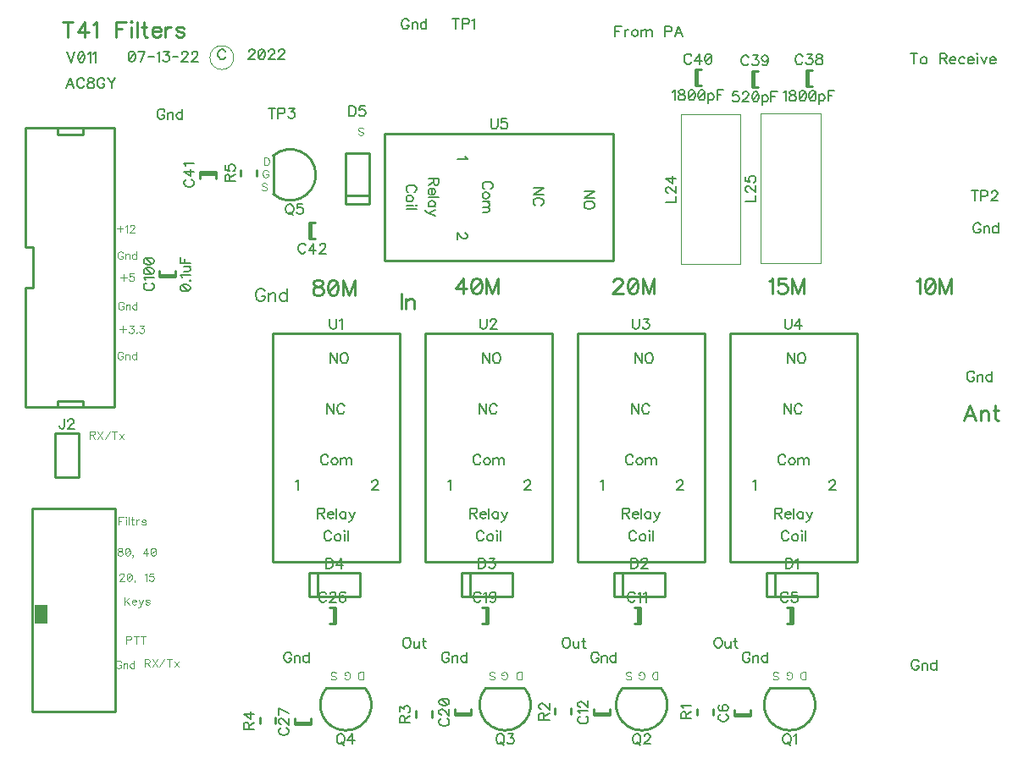
<source format=gbr>
G04 DipTrace 3.3.1.1*
G04 TopSilk.gbr*
%MOIN*%
G04 #@! TF.FileFunction,Legend,Top*
G04 #@! TF.Part,Single*
%ADD10C,0.009843*%
%ADD12C,0.003*%
%ADD19C,0.01*%
%ADD24C,0.001312*%
%ADD58C,0.006176*%
%ADD59C,0.009264*%
%ADD60C,0.00772*%
%ADD61C,0.004632*%
%FSLAX26Y26*%
G04*
G70*
G90*
G75*
G01*
G04 TopSilk*
%LPD*%
X3436765Y1121930D2*
D10*
Y1059001D1*
X3444214Y1121930D2*
Y1059001D1*
Y1121930D2*
X3420655D1*
X3444214Y1059001D2*
X3420655D1*
X3277415Y702807D2*
X3214486D1*
X3277415Y695358D2*
X3214486D1*
X3277415D2*
Y718917D1*
X3214486Y695358D2*
Y718917D1*
X2837094Y1121930D2*
Y1059001D1*
X2844543Y1121930D2*
Y1059001D1*
Y1121930D2*
X2820984D1*
X2844543Y1059001D2*
X2820984D1*
X2725673Y705867D2*
X2662744D1*
X2725673Y698419D2*
X2662744D1*
X2725673D2*
Y721978D1*
X2662744Y698419D2*
Y721978D1*
X2237424Y1121930D2*
Y1059001D1*
X2244873Y1121930D2*
Y1059001D1*
Y1121930D2*
X2221314D1*
X2244873Y1059001D2*
X2221314D1*
X2178953Y705867D2*
X2116024D1*
X2178953Y698419D2*
X2116024D1*
X2178953D2*
Y721978D1*
X2116024Y698419D2*
Y721978D1*
X1637753Y1121930D2*
Y1059001D1*
X1645202Y1121930D2*
Y1059001D1*
Y1121930D2*
X1621643D1*
X1645202Y1059001D2*
X1621643D1*
X1547621Y669135D2*
X1484692D1*
X1547621Y661686D2*
X1484692D1*
X1547621D2*
Y685245D1*
X1484692Y661686D2*
Y685245D1*
X3505213Y3177017D2*
Y3239946D1*
X3497764Y3177017D2*
Y3239946D1*
Y3177017D2*
X3521323D1*
X3497764Y3239946D2*
X3521323D1*
X3291753Y3172836D2*
Y3235765D1*
X3284304Y3172836D2*
Y3235765D1*
Y3172836D2*
X3307864D1*
X3284304Y3235765D2*
X3307864D1*
X3068361Y3179108D2*
Y3242037D1*
X3060912Y3179108D2*
Y3242037D1*
Y3179108D2*
X3084471D1*
X3060912Y3242037D2*
X3084471D1*
X1111748Y2830652D2*
X1174677D1*
X1111748Y2838101D2*
X1174677D1*
X1111748D2*
Y2814542D1*
X1174677Y2838101D2*
Y2814542D1*
X1550156Y2575198D2*
Y2638127D1*
X1542707Y2575198D2*
Y2638127D1*
Y2575198D2*
X1566266D1*
X1542707Y2638127D2*
X1566266D1*
X1016785Y2432345D2*
X953856D1*
X1016785Y2424896D2*
X953856D1*
X1016785D2*
Y2448455D1*
X953856Y2424896D2*
Y2448455D1*
X3341479Y1167677D2*
Y1258228D1*
X3542424D1*
X3374863Y1167677D2*
Y1258228D1*
X3542424Y1167677D2*
Y1258228D1*
X3341479Y1167677D2*
X3542424D1*
X2741808D2*
Y1258228D1*
X2942753D1*
X2775193Y1167677D2*
Y1258228D1*
X2942753Y1167677D2*
Y1258228D1*
X2741808Y1167677D2*
X2942753D1*
X2142138D2*
Y1258228D1*
X2343083D1*
X2175522Y1167677D2*
Y1258228D1*
X2343083Y1167677D2*
Y1258228D1*
X2142138Y1167677D2*
X2343083D1*
X1542467D2*
Y1258228D1*
X1743412D1*
X1575851Y1167677D2*
Y1258228D1*
X1743412Y1167677D2*
Y1258228D1*
X1542467Y1167677D2*
X1743412D1*
X1777416Y2711848D2*
X1686865D1*
Y2912793D1*
X1777416Y2745232D2*
X1686865D1*
X1777416Y2912793D2*
X1686865D1*
X1777416Y2711848D2*
Y2912793D1*
X541762Y1807966D2*
X636251D1*
Y1634738D1*
X541762D1*
Y1807966D1*
X3003903Y3065430D2*
D24*
X3240123D1*
Y2476801D1*
X3003903D1*
Y3065430D1*
X3317949Y3067999D2*
X3554169D1*
Y2479369D1*
X3317949D1*
Y3067999D1*
X3509114Y805997D2*
D10*
G02X3357873Y805997I-75620J-66569D01*
G01*
X3509114D1*
X2926760D2*
G02X2775519Y805997I-75620J-66569D01*
G01*
X2926760D1*
X2389223D2*
G02X2237982Y805997I-75620J-66569D01*
G01*
X2389223D1*
X1762052D2*
G02X1610811Y805997I-75620J-66569D01*
G01*
X1762052D1*
X1401150Y2902879D2*
G02X1401150Y2751638I66569J-75620D01*
G01*
Y2902879D1*
X3131899Y698543D2*
Y722102D1*
X3068970Y698543D2*
Y722102D1*
X2572608Y702248D2*
Y725807D1*
X2509678Y702248D2*
Y725807D1*
X2024428Y691135D2*
Y714694D1*
X1961499Y691135D2*
Y714694D1*
X1410472Y665837D2*
Y689396D1*
X1347543Y665837D2*
Y689396D1*
X1336467Y2824172D2*
Y2847731D1*
X1273538Y2824172D2*
Y2847731D1*
X1397829Y2201942D2*
X1897829D1*
Y1301942D1*
X1397829D1*
Y2201942D1*
X1997829D2*
X2497829D1*
Y1301942D1*
X1997829D1*
Y2201942D1*
X2597829D2*
X3097829D1*
Y1301942D1*
X2597829D1*
Y2201942D1*
X3197829D2*
X3697829D1*
Y1301942D1*
X3197829D1*
Y2201942D1*
X2740450Y2990957D2*
X1840450D1*
Y2490957D1*
X2740450D1*
Y2990957D1*
X551446Y2986572D2*
Y3011873D1*
X651546Y2986572D2*
X551446D1*
X651546D2*
Y3011873D1*
X551446Y1911873D2*
Y1937173D1*
X651546D2*
X551446D1*
X651546Y1911873D2*
Y1937173D1*
X776496Y1911873D2*
X426496D1*
X776496Y3011873D2*
X426496D1*
X776496Y1911873D2*
Y3011873D1*
X456596Y2542173D2*
X426496D1*
X456596Y2381572D2*
Y2542173D1*
Y2381572D2*
X426496D1*
Y1911873D2*
Y2381572D1*
Y2542173D2*
Y3011873D1*
X452020Y1511336D2*
D19*
X779724D1*
Y713205D1*
X452020D1*
Y1511336D1*
G36*
X460846Y1133399D2*
X510841D1*
Y1058406D1*
X460846D1*
Y1133399D1*
G37*
X1151837Y3289453D2*
D12*
G02X1151837Y3289453I46869J0D01*
G01*
X3427209Y1174927D2*
D58*
X3425308Y1178729D1*
X3421461Y1182576D1*
X3417659Y1184477D1*
X3410009D1*
X3406163Y1182576D1*
X3402360Y1178729D1*
X3400415Y1174927D1*
X3398513Y1169179D1*
Y1159584D1*
X3400415Y1153880D1*
X3402360Y1150033D1*
X3406163Y1146231D1*
X3410009Y1144285D1*
X3417659D1*
X3421461Y1146231D1*
X3425308Y1150033D1*
X3427209Y1153880D1*
X3462509Y1184433D2*
X3443407D1*
X3441506Y1167233D1*
X3443407Y1169135D1*
X3449156Y1171080D1*
X3454859D1*
X3460607Y1169135D1*
X3464454Y1165332D1*
X3466355Y1159584D1*
Y1155781D1*
X3464454Y1150033D1*
X3460607Y1146187D1*
X3454859Y1144285D1*
X3449156D1*
X3443407Y1146187D1*
X3441506Y1148132D1*
X3439561Y1151935D1*
X3161489Y702886D2*
X3157687Y700984D1*
X3153840Y697138D1*
X3151939Y693335D1*
Y685686D1*
X3153840Y681839D1*
X3157687Y678036D1*
X3161489Y676091D1*
X3167237Y674190D1*
X3176832D1*
X3182536Y676091D1*
X3186383Y678036D1*
X3190185Y681839D1*
X3192131Y685686D1*
Y693335D1*
X3190185Y697137D1*
X3186383Y700984D1*
X3182536Y702886D1*
X3157687Y738185D2*
X3153884Y736284D1*
X3151983Y730536D1*
Y726733D1*
X3153884Y720985D1*
X3159632Y717138D1*
X3169183Y715237D1*
X3178733D1*
X3186383Y717138D1*
X3190229Y720985D1*
X3192131Y726733D1*
Y728634D1*
X3190229Y734338D1*
X3186383Y738185D1*
X3180635Y740086D1*
X3178733D1*
X3172985Y738185D1*
X3169183Y734338D1*
X3167281Y728634D1*
Y726733D1*
X3169183Y720985D1*
X3172985Y717138D1*
X3178733Y715237D1*
X2825166Y1174927D2*
X2823264Y1178729D1*
X2819418Y1182576D1*
X2815615Y1184477D1*
X2807966D1*
X2804119Y1182576D1*
X2800316Y1178729D1*
X2798371Y1174927D1*
X2796470Y1169179D1*
Y1159584D1*
X2798371Y1153880D1*
X2800316Y1150033D1*
X2804119Y1146231D1*
X2807966Y1144285D1*
X2815615D1*
X2819418Y1146231D1*
X2823264Y1150033D1*
X2825166Y1153880D1*
X2837517Y1176784D2*
X2841364Y1178729D1*
X2847112Y1184433D1*
Y1144285D1*
X2859463Y1176784D2*
X2863310Y1178729D1*
X2869058Y1184433D1*
Y1144285D1*
X2609748Y694000D2*
X2605945Y692099D1*
X2602098Y688252D1*
X2600197Y684450D1*
Y676800D1*
X2602098Y672953D1*
X2605945Y669151D1*
X2609748Y667205D1*
X2615496Y665304D1*
X2625091D1*
X2630794Y667205D1*
X2634641Y669151D1*
X2638444Y672953D1*
X2640389Y676800D1*
Y684449D1*
X2638444Y688252D1*
X2634641Y692099D1*
X2630794Y694000D1*
X2607891Y706351D2*
X2605945Y710198D1*
X2600241Y715946D1*
X2640389D1*
X2609792Y730243D2*
X2607891D1*
X2604044Y732144D1*
X2602143Y734046D1*
X2600241Y737892D1*
Y745542D1*
X2602143Y749344D1*
X2604044Y751246D1*
X2607891Y753191D1*
X2611693D1*
X2615540Y751246D1*
X2621244Y747443D1*
X2640389Y728298D1*
Y755092D1*
X2217846Y1174927D2*
X2215944Y1178729D1*
X2212098Y1182576D1*
X2208295Y1184477D1*
X2200646D1*
X2196799Y1182576D1*
X2192996Y1178729D1*
X2191051Y1174927D1*
X2189150Y1169179D1*
Y1159584D1*
X2191051Y1153880D1*
X2192996Y1150033D1*
X2196799Y1146231D1*
X2200646Y1144285D1*
X2208295D1*
X2212098Y1146231D1*
X2215944Y1150033D1*
X2217846Y1153880D1*
X2230197Y1176784D2*
X2234044Y1178729D1*
X2239792Y1184433D1*
Y1144285D1*
X2277037Y1171080D2*
X2275091Y1165332D1*
X2271289Y1161485D1*
X2265541Y1159584D1*
X2263639D1*
X2257891Y1161485D1*
X2254089Y1165332D1*
X2252143Y1171080D1*
Y1172981D1*
X2254089Y1178729D1*
X2257891Y1182532D1*
X2263639Y1184433D1*
X2265541D1*
X2271289Y1182532D1*
X2275091Y1178729D1*
X2277037Y1171080D1*
Y1161485D1*
X2275091Y1151935D1*
X2271289Y1146187D1*
X2265541Y1144285D1*
X2261738D1*
X2255990Y1146187D1*
X2254089Y1150033D1*
X2063027Y685400D2*
X2059225Y683499D1*
X2055378Y679652D1*
X2053477Y675850D1*
Y668200D1*
X2055378Y664354D1*
X2059225Y660551D1*
X2063027Y658606D1*
X2068775Y656704D1*
X2078370D1*
X2084074Y658606D1*
X2087921Y660551D1*
X2091723Y664354D1*
X2093669Y668200D1*
Y675850D1*
X2091723Y679652D1*
X2087921Y683499D1*
X2084074Y685400D1*
X2063072Y699697D2*
X2061170D1*
X2057323Y701598D1*
X2055422Y703500D1*
X2053521Y707346D1*
Y714996D1*
X2055422Y718798D1*
X2057323Y720699D1*
X2061170Y722645D1*
X2064973D1*
X2068820Y720699D1*
X2074523Y716897D1*
X2093669Y697751D1*
Y724546D1*
X2053521Y748394D2*
X2055422Y742646D1*
X2061170Y738799D1*
X2070721Y736898D1*
X2076469D1*
X2086019Y738799D1*
X2091767Y742646D1*
X2093669Y748394D1*
Y752196D1*
X2091767Y757944D1*
X2086019Y761747D1*
X2076469Y763692D1*
X2070721D1*
X2061170Y761747D1*
X2055422Y757944D1*
X2053521Y752196D1*
Y748394D1*
X2061170Y761747D2*
X2086019Y738799D1*
X1609597Y1174927D2*
X1607696Y1178729D1*
X1603849Y1182576D1*
X1600047Y1184477D1*
X1592397D1*
X1588551Y1182576D1*
X1584748Y1178729D1*
X1582803Y1174927D1*
X1580901Y1169179D1*
Y1159584D1*
X1582803Y1153880D1*
X1584748Y1150033D1*
X1588551Y1146231D1*
X1592397Y1144285D1*
X1600047D1*
X1603849Y1146231D1*
X1607696Y1150033D1*
X1609597Y1153880D1*
X1623894Y1174883D2*
Y1176784D1*
X1625795Y1180631D1*
X1627697Y1182532D1*
X1631543Y1184433D1*
X1639193D1*
X1642995Y1182532D1*
X1644897Y1180631D1*
X1646842Y1176784D1*
Y1172981D1*
X1644897Y1169135D1*
X1641094Y1163431D1*
X1621949Y1144285D1*
X1648743D1*
X1684043Y1178729D2*
X1682141Y1182532D1*
X1676393Y1184433D1*
X1672591D1*
X1666843Y1182532D1*
X1662996Y1176784D1*
X1661095Y1167233D1*
Y1157683D1*
X1662996Y1150033D1*
X1666843Y1146187D1*
X1672591Y1144285D1*
X1674492D1*
X1680196Y1146187D1*
X1684043Y1150033D1*
X1685944Y1155781D1*
Y1157683D1*
X1684043Y1163431D1*
X1680196Y1167233D1*
X1674492Y1169135D1*
X1672591D1*
X1666843Y1167233D1*
X1662996Y1163431D1*
X1661095Y1157683D1*
X1431695Y648668D2*
X1427893Y646767D1*
X1424046Y642920D1*
X1422145Y639117D1*
Y631468D1*
X1424046Y627621D1*
X1427893Y623819D1*
X1431695Y621873D1*
X1437443Y619972D1*
X1447038D1*
X1452742Y621873D1*
X1456589Y623819D1*
X1460391Y627621D1*
X1462337Y631468D1*
Y639117D1*
X1460391Y642920D1*
X1456589Y646767D1*
X1452742Y648668D1*
X1431739Y662965D2*
X1429838D1*
X1425991Y664866D1*
X1424090Y666767D1*
X1422189Y670614D1*
Y678263D1*
X1424090Y682066D1*
X1425991Y683967D1*
X1429838Y685913D1*
X1433641D1*
X1437488Y683967D1*
X1443191Y680165D1*
X1462337Y661019D1*
Y687814D1*
Y707815D2*
X1422189Y726960D1*
Y700165D1*
X3484767Y3292943D2*
X3482866Y3296745D1*
X3479019Y3300592D1*
X3475217Y3302493D1*
X3467567D1*
X3463721Y3300592D1*
X3459918Y3296745D1*
X3457973Y3292943D1*
X3456071Y3287195D1*
Y3277600D1*
X3457973Y3271896D1*
X3459918Y3268049D1*
X3463721Y3264247D1*
X3467567Y3262301D1*
X3475217D1*
X3479019Y3264247D1*
X3482866Y3268049D1*
X3484767Y3271896D1*
X3500965Y3302449D2*
X3521968D1*
X3510516Y3287150D1*
X3516264D1*
X3520067Y3285249D1*
X3521968Y3283348D1*
X3523913Y3277600D1*
Y3273797D1*
X3521968Y3268049D1*
X3518165Y3264202D1*
X3512417Y3262301D1*
X3506669D1*
X3500965Y3264202D1*
X3499064Y3266148D1*
X3497119Y3269950D1*
X3545815Y3302449D2*
X3540112Y3300548D1*
X3538166Y3296745D1*
Y3292898D1*
X3540112Y3289096D1*
X3543914Y3287150D1*
X3551563Y3285249D1*
X3557311Y3283348D1*
X3561114Y3279501D1*
X3563015Y3275698D1*
Y3269950D1*
X3561114Y3266148D1*
X3559213Y3264202D1*
X3553465Y3262301D1*
X3545815D1*
X3540112Y3264202D1*
X3538166Y3266148D1*
X3536265Y3269950D1*
Y3275698D1*
X3538166Y3279501D1*
X3542013Y3283348D1*
X3547717Y3285249D1*
X3555366Y3287150D1*
X3559213Y3289096D1*
X3561114Y3292898D1*
Y3296745D1*
X3559213Y3300548D1*
X3553465Y3302449D1*
X3545815D1*
X3409755Y3151788D2*
X3413602Y3153734D1*
X3419350Y3159437D1*
Y3119290D1*
X3441252Y3159437D2*
X3435548Y3157536D1*
X3433602Y3153734D1*
Y3149887D1*
X3435548Y3146084D1*
X3439350Y3144139D1*
X3447000Y3142238D1*
X3452748Y3140336D1*
X3456550Y3136489D1*
X3458451Y3132687D1*
Y3126939D1*
X3456550Y3123136D1*
X3454649Y3121191D1*
X3448901Y3119290D1*
X3441252D1*
X3435548Y3121191D1*
X3433602Y3123136D1*
X3431701Y3126939D1*
Y3132687D1*
X3433602Y3136489D1*
X3437449Y3140336D1*
X3443153Y3142238D1*
X3450802Y3144139D1*
X3454649Y3146084D1*
X3456550Y3149887D1*
Y3153734D1*
X3454649Y3157536D1*
X3448901Y3159437D1*
X3441252D1*
X3482299D2*
X3476551Y3157536D1*
X3472704Y3151788D1*
X3470803Y3142238D1*
Y3136489D1*
X3472704Y3126939D1*
X3476551Y3121191D1*
X3482299Y3119290D1*
X3486101D1*
X3491849Y3121191D1*
X3495652Y3126939D1*
X3497597Y3136489D1*
Y3142238D1*
X3495652Y3151788D1*
X3491849Y3157536D1*
X3486101Y3159437D1*
X3482299D1*
X3495652Y3151788D2*
X3472704Y3126939D1*
X3521445Y3159437D2*
X3515697Y3157536D1*
X3511850Y3151788D1*
X3509949Y3142238D1*
Y3136489D1*
X3511850Y3126939D1*
X3515697Y3121191D1*
X3521445Y3119290D1*
X3525247D1*
X3530996Y3121191D1*
X3534798Y3126939D1*
X3536744Y3136489D1*
Y3142238D1*
X3534798Y3151788D1*
X3530996Y3157536D1*
X3525247Y3159437D1*
X3521445D1*
X3534798Y3151788D2*
X3511850Y3126939D1*
X3549095Y3146084D2*
Y3105892D1*
Y3140336D2*
X3552942Y3144139D1*
X3556744Y3146084D1*
X3562492D1*
X3566339Y3144139D1*
X3570142Y3140336D1*
X3572087Y3134588D1*
Y3130741D1*
X3570142Y3125038D1*
X3566339Y3121191D1*
X3562492Y3119290D1*
X3556744D1*
X3552942Y3121191D1*
X3549095Y3125038D1*
X3609332Y3159482D2*
X3584438D1*
Y3119290D1*
Y3140336D2*
X3599737D1*
X3272237Y3288761D2*
X3270335Y3292564D1*
X3266488Y3296411D1*
X3262686Y3298312D1*
X3255037D1*
X3251190Y3296411D1*
X3247387Y3292564D1*
X3245442Y3288761D1*
X3243541Y3283013D1*
Y3273419D1*
X3245442Y3267715D1*
X3247387Y3263868D1*
X3251190Y3260066D1*
X3255037Y3258120D1*
X3262686D1*
X3266488Y3260066D1*
X3270335Y3263868D1*
X3272237Y3267715D1*
X3288435Y3298268D2*
X3309437D1*
X3297985Y3282969D1*
X3303733D1*
X3307536Y3281068D1*
X3309437Y3279167D1*
X3311383Y3273419D1*
Y3269616D1*
X3309437Y3263868D1*
X3305635Y3260021D1*
X3299887Y3258120D1*
X3294139D1*
X3288435Y3260021D1*
X3286533Y3261967D1*
X3284588Y3265769D1*
X3348627Y3284915D2*
X3346682Y3279167D1*
X3342879Y3275320D1*
X3337131Y3273419D1*
X3335230D1*
X3329482Y3275320D1*
X3325679Y3279167D1*
X3323734Y3284915D1*
Y3286816D1*
X3325679Y3292564D1*
X3329482Y3296367D1*
X3335230Y3298268D1*
X3337131D1*
X3342879Y3296367D1*
X3346682Y3292564D1*
X3348627Y3284915D1*
Y3275320D1*
X3346682Y3265769D1*
X3342879Y3260021D1*
X3337131Y3258120D1*
X3333329D1*
X3327581Y3260021D1*
X3325679Y3263868D1*
X3230194Y3155256D2*
X3211093D1*
X3209192Y3138056D1*
X3211093Y3139958D1*
X3216841Y3141903D1*
X3222545D1*
X3228293Y3139958D1*
X3232140Y3136155D1*
X3234041Y3130407D1*
Y3126605D1*
X3232140Y3120857D1*
X3228293Y3117010D1*
X3222545Y3115108D1*
X3216841D1*
X3211093Y3117010D1*
X3209192Y3118955D1*
X3207246Y3122758D1*
X3248338Y3145706D2*
Y3147607D1*
X3250239Y3151454D1*
X3252141Y3153355D1*
X3255987Y3155256D1*
X3263637D1*
X3267439Y3153355D1*
X3269340Y3151454D1*
X3271286Y3147607D1*
Y3143804D1*
X3269340Y3139958D1*
X3265538Y3134254D1*
X3246392Y3115108D1*
X3273187D1*
X3297035Y3155256D2*
X3291287Y3153355D1*
X3287440Y3147607D1*
X3285539Y3138056D1*
Y3132308D1*
X3287440Y3122758D1*
X3291287Y3117010D1*
X3297035Y3115108D1*
X3300837D1*
X3306585Y3117010D1*
X3310388Y3122758D1*
X3312333Y3132308D1*
Y3138056D1*
X3310388Y3147607D1*
X3306585Y3153355D1*
X3300837Y3155256D1*
X3297035D1*
X3310388Y3147607D2*
X3287440Y3122758D1*
X3324685Y3141903D2*
Y3101711D1*
Y3136155D2*
X3328531Y3139958D1*
X3332334Y3141903D1*
X3338082D1*
X3341929Y3139958D1*
X3345731Y3136155D1*
X3347677Y3130407D1*
Y3126560D1*
X3345731Y3120857D1*
X3341929Y3117010D1*
X3338082Y3115108D1*
X3332334D1*
X3328531Y3117010D1*
X3324685Y3120857D1*
X3384922Y3155301D2*
X3360028D1*
Y3115108D1*
Y3136155D2*
X3375327D1*
X3046943Y3295033D2*
X3045042Y3298836D1*
X3041195Y3302682D1*
X3037392Y3304584D1*
X3029743D1*
X3025896Y3302682D1*
X3022094Y3298836D1*
X3020148Y3295033D1*
X3018247Y3289285D1*
Y3279690D1*
X3020148Y3273986D1*
X3022094Y3270140D1*
X3025896Y3266337D1*
X3029743Y3264392D1*
X3037392D1*
X3041195Y3266337D1*
X3045042Y3270140D1*
X3046943Y3273986D1*
X3078440Y3264392D2*
Y3304539D1*
X3059294Y3277789D1*
X3087990D1*
X3111838Y3304539D2*
X3106090Y3302638D1*
X3102243Y3296890D1*
X3100342Y3287340D1*
Y3281592D1*
X3102243Y3272041D1*
X3106090Y3266293D1*
X3111838Y3264392D1*
X3115640D1*
X3121388Y3266293D1*
X3125191Y3272041D1*
X3127136Y3281592D1*
Y3287340D1*
X3125191Y3296890D1*
X3121388Y3302638D1*
X3115640Y3304539D1*
X3111838D1*
X3125191Y3296890D2*
X3102243Y3272041D1*
X2972903Y3153879D2*
X2976750Y3155824D1*
X2982498Y3161528D1*
Y3121380D1*
X3004400Y3161528D2*
X2998696Y3159627D1*
X2996751Y3155824D1*
Y3151977D1*
X2998696Y3148175D1*
X3002499Y3146229D1*
X3010148Y3144328D1*
X3015896Y3142427D1*
X3019698Y3138580D1*
X3021600Y3134777D1*
Y3129029D1*
X3019698Y3125227D1*
X3017797Y3123281D1*
X3012049Y3121380D1*
X3004400D1*
X2998696Y3123281D1*
X2996751Y3125227D1*
X2994849Y3129029D1*
Y3134777D1*
X2996751Y3138580D1*
X3000597Y3142427D1*
X3006301Y3144328D1*
X3013950Y3146229D1*
X3017797Y3148175D1*
X3019698Y3151977D1*
Y3155824D1*
X3017797Y3159627D1*
X3012049Y3161528D1*
X3004400D1*
X3045447D2*
X3039699Y3159627D1*
X3035852Y3153879D1*
X3033951Y3144328D1*
Y3138580D1*
X3035852Y3129029D1*
X3039699Y3123281D1*
X3045447Y3121380D1*
X3049250D1*
X3054998Y3123281D1*
X3058800Y3129029D1*
X3060746Y3138580D1*
Y3144328D1*
X3058800Y3153879D1*
X3054998Y3159627D1*
X3049250Y3161528D1*
X3045447D1*
X3058800Y3153879D2*
X3035852Y3129029D1*
X3084593Y3161528D2*
X3078845Y3159627D1*
X3074998Y3153879D1*
X3073097Y3144328D1*
Y3138580D1*
X3074998Y3129029D1*
X3078845Y3123281D1*
X3084593Y3121380D1*
X3088396D1*
X3094144Y3123281D1*
X3097946Y3129029D1*
X3099892Y3138580D1*
Y3144328D1*
X3097946Y3153879D1*
X3094144Y3159627D1*
X3088396Y3161528D1*
X3084593D1*
X3097946Y3153879D2*
X3074998Y3129029D1*
X3112243Y3148175D2*
Y3107983D1*
Y3142427D2*
X3116090Y3146229D1*
X3119893Y3148175D1*
X3125641D1*
X3129487Y3146229D1*
X3133290Y3142427D1*
X3135235Y3136679D1*
Y3132832D1*
X3133290Y3127128D1*
X3129487Y3123281D1*
X3125641Y3121380D1*
X3119893D1*
X3116090Y3123281D1*
X3112243Y3127128D1*
X3172480Y3161572D2*
X3147587D1*
Y3121380D1*
Y3142427D2*
X3162885D1*
X1058752Y2809173D2*
X1054949Y2807272D1*
X1051102Y2803425D1*
X1049201Y2799622D1*
Y2791973D1*
X1051102Y2788126D1*
X1054949Y2784324D1*
X1058752Y2782378D1*
X1064500Y2780477D1*
X1074094D1*
X1079798Y2782378D1*
X1083645Y2784324D1*
X1087448Y2788126D1*
X1089393Y2791973D1*
Y2799622D1*
X1087448Y2803425D1*
X1083645Y2807272D1*
X1079798Y2809173D1*
X1089393Y2840670D2*
X1049245D1*
X1075996Y2821524D1*
Y2850220D1*
X1056895Y2862571D2*
X1054949Y2866418D1*
X1049245Y2872166D1*
X1089393D1*
X1528738Y2548112D2*
X1526837Y2551915D1*
X1522990Y2555761D1*
X1519188Y2557663D1*
X1511538D1*
X1507692Y2555761D1*
X1503889Y2551915D1*
X1501943Y2548112D1*
X1500042Y2542364D1*
Y2532769D1*
X1501943Y2527065D1*
X1503889Y2523219D1*
X1507692Y2519416D1*
X1511538Y2517471D1*
X1519188D1*
X1522990Y2519416D1*
X1526837Y2523219D1*
X1528738Y2527065D1*
X1560235Y2517471D2*
Y2557618D1*
X1541090Y2530868D1*
X1569785D1*
X1584082Y2548068D2*
Y2549969D1*
X1585984Y2553816D1*
X1587885Y2555717D1*
X1591732Y2557618D1*
X1599381D1*
X1603184Y2555717D1*
X1605085Y2553816D1*
X1607030Y2549969D1*
Y2546167D1*
X1605085Y2542320D1*
X1601282Y2536616D1*
X1582137Y2517471D1*
X1608932D1*
X900859Y2400905D2*
X897057Y2399003D1*
X893210Y2395157D1*
X891309Y2391354D1*
Y2383705D1*
X893210Y2379858D1*
X897057Y2376056D1*
X900859Y2374110D1*
X906607Y2372209D1*
X916202D1*
X921906Y2374110D1*
X925753Y2376056D1*
X929555Y2379858D1*
X931501Y2383705D1*
Y2391354D1*
X929555Y2395157D1*
X925753Y2399003D1*
X921906Y2400905D1*
X899002Y2413256D2*
X897057Y2417103D1*
X891353Y2422851D1*
X931501D1*
X891353Y2446698D2*
X893254Y2440950D1*
X899002Y2437104D1*
X908553Y2435202D1*
X914301D1*
X923851Y2437104D1*
X929599Y2440950D1*
X931501Y2446698D1*
Y2450501D1*
X929599Y2456249D1*
X923851Y2460051D1*
X914301Y2461997D1*
X908553D1*
X899002Y2460051D1*
X893254Y2456249D1*
X891353Y2450501D1*
Y2446698D1*
X899002Y2460051D2*
X923851Y2437104D1*
X891353Y2485844D2*
X893254Y2480096D1*
X899002Y2476250D1*
X908553Y2474348D1*
X914301D1*
X923851Y2476250D1*
X929599Y2480096D1*
X931501Y2485844D1*
Y2489647D1*
X929599Y2495395D1*
X923851Y2499198D1*
X914301Y2501143D1*
X908553D1*
X899002Y2499198D1*
X893254Y2495395D1*
X891353Y2489647D1*
Y2485844D1*
X899002Y2499198D2*
X923851Y2476250D1*
X1034364Y2380381D2*
X1036266Y2374633D1*
X1042014Y2370786D1*
X1051564Y2368885D1*
X1057312D1*
X1066863Y2370786D1*
X1072611Y2374633D1*
X1074512Y2380381D1*
Y2384184D1*
X1072611Y2389932D1*
X1066863Y2393734D1*
X1057312Y2395680D1*
X1051564D1*
X1042014Y2393734D1*
X1036266Y2389932D1*
X1034364Y2384184D1*
Y2380381D1*
X1042014Y2393734D2*
X1066863Y2370786D1*
X1070666Y2409932D2*
X1072611Y2408031D1*
X1074512Y2409932D1*
X1072611Y2411878D1*
X1070666Y2409932D1*
X1042014Y2424229D2*
X1040068Y2428076D1*
X1034365Y2433824D1*
X1074512D1*
X1047718Y2446175D2*
X1066863D1*
X1072567Y2448077D1*
X1074512Y2451923D1*
Y2457671D1*
X1072567Y2461474D1*
X1066863Y2467222D1*
X1047718D2*
X1074512D1*
X1034320Y2504467D2*
Y2479573D1*
X1074512D1*
X1053466D2*
Y2494872D1*
X3417581Y1316807D2*
Y1276615D1*
X3430978D1*
X3436726Y1278560D1*
X3440573Y1282363D1*
X3442474Y1286210D1*
X3444376Y1291913D1*
Y1301508D1*
X3442474Y1307256D1*
X3440573Y1311059D1*
X3436726Y1314906D1*
X3430978Y1316807D1*
X3417581D1*
X3456727Y1309113D2*
X3460574Y1311059D1*
X3466322Y1316763D1*
Y1276615D1*
X2809310Y1316807D2*
Y1276615D1*
X2822708D1*
X2828456Y1278560D1*
X2832303Y1282363D1*
X2834204Y1286210D1*
X2836105Y1291913D1*
Y1301508D1*
X2834204Y1307256D1*
X2832303Y1311059D1*
X2828456Y1314906D1*
X2822708Y1316807D1*
X2809310D1*
X2850402Y1307212D2*
Y1309113D1*
X2852303Y1312960D1*
X2854205Y1314861D1*
X2858051Y1316763D1*
X2865701D1*
X2869503Y1314861D1*
X2871404Y1312960D1*
X2873350Y1309113D1*
Y1305311D1*
X2871404Y1301464D1*
X2867602Y1295760D1*
X2848457Y1276615D1*
X2875251D1*
X2209640Y1316807D2*
Y1276615D1*
X2223037D1*
X2228785Y1278560D1*
X2232632Y1282363D1*
X2234533Y1286210D1*
X2236435Y1291913D1*
Y1301508D1*
X2234533Y1307256D1*
X2232632Y1311059D1*
X2228785Y1314906D1*
X2223037Y1316807D1*
X2209640D1*
X2252633Y1316763D2*
X2273635D1*
X2262183Y1301464D1*
X2267931D1*
X2271734Y1299563D1*
X2273635Y1297661D1*
X2275581Y1291913D1*
Y1288111D1*
X2273635Y1282363D1*
X2269833Y1278516D1*
X2264085Y1276615D1*
X2258337D1*
X2252633Y1278516D1*
X2250731Y1280462D1*
X2248786Y1284264D1*
X1609019Y1316807D2*
Y1276615D1*
X1622416D1*
X1628164Y1278560D1*
X1632011Y1282363D1*
X1633912Y1286210D1*
X1635813Y1291913D1*
Y1301508D1*
X1633912Y1307256D1*
X1632011Y1311059D1*
X1628164Y1314906D1*
X1622416Y1316807D1*
X1609019D1*
X1667310Y1276615D2*
Y1316763D1*
X1648165Y1290012D1*
X1676861D1*
X1699170Y3099245D2*
Y3059053D1*
X1712567D1*
X1718315Y3060999D1*
X1722162Y3064801D1*
X1724063Y3068648D1*
X1725965Y3074352D1*
Y3083947D1*
X1724063Y3089695D1*
X1722162Y3093497D1*
X1718315Y3097344D1*
X1712567Y3099245D1*
X1699170D1*
X1761264Y3099201D2*
X1742163D1*
X1740262Y3082001D1*
X1742163Y3083902D1*
X1747911Y3085848D1*
X1753615D1*
X1759363Y3083902D1*
X1763210Y3080100D1*
X1765111Y3074352D1*
Y3070549D1*
X1763210Y3064801D1*
X1759363Y3060954D1*
X1753615Y3059053D1*
X1747911D1*
X1742163Y3060954D1*
X1740262Y3062900D1*
X1738316Y3066702D1*
X579006Y1866544D2*
Y1835947D1*
X577105Y1830199D1*
X575159Y1828298D1*
X571357Y1826352D1*
X567510D1*
X563708Y1828298D1*
X561806Y1830199D1*
X559861Y1835947D1*
Y1839750D1*
X593303Y1856950D2*
Y1858851D1*
X595204Y1862698D1*
X597106Y1864599D1*
X600952Y1866500D1*
X608602D1*
X612404Y1864599D1*
X614306Y1862698D1*
X616251Y1858851D1*
Y1855048D1*
X614306Y1851202D1*
X610503Y1845498D1*
X591358Y1826352D1*
X618152D1*
X2945324Y2719545D2*
X2985516D1*
Y2742493D1*
X2954919Y2756790D2*
X2953018D1*
X2949171Y2758691D1*
X2947270Y2760592D1*
X2945369Y2764439D1*
Y2772088D1*
X2947270Y2775891D1*
X2949171Y2777792D1*
X2953018Y2779738D1*
X2956821D1*
X2960667Y2777792D1*
X2966371Y2773990D1*
X2985516Y2754844D1*
Y2781639D1*
Y2813136D2*
X2945369D1*
X2972119Y2793990D1*
Y2822686D1*
X3259370Y2723064D2*
X3299562D1*
Y2746012D1*
X3268965Y2760309D2*
X3267064D1*
X3263217Y2762210D1*
X3261316Y2764111D1*
X3259415Y2767958D1*
Y2775607D1*
X3261316Y2779410D1*
X3263217Y2781311D1*
X3267064Y2783256D1*
X3270866D1*
X3274713Y2781311D1*
X3280417Y2777508D1*
X3299562Y2758363D1*
Y2785158D1*
X3259415Y2820457D2*
Y2801356D1*
X3276615Y2799455D1*
X3274713Y2801356D1*
X3272768Y2807104D1*
Y2812808D1*
X3274713Y2818556D1*
X3278516Y2822402D1*
X3284264Y2824304D1*
X3288066D1*
X3293814Y2822402D1*
X3297661Y2818556D1*
X3299562Y2812808D1*
Y2807104D1*
X3297661Y2801356D1*
X3295716Y2799455D1*
X3291913Y2797509D1*
X3418696Y625113D2*
X3414893Y623256D1*
X3411046Y619410D1*
X3409145Y615563D1*
X3407200Y609815D1*
Y600264D1*
X3409145Y594516D1*
X3411046Y590714D1*
X3414893Y586867D1*
X3418696Y584966D1*
X3426345D1*
X3430192Y586867D1*
X3433994Y590714D1*
X3435896Y594516D1*
X3437841Y600264D1*
Y609815D1*
X3435896Y615563D1*
X3433994Y619410D1*
X3430192Y623256D1*
X3426345Y625113D1*
X3418696D1*
X3424444Y592615D2*
X3435896Y581119D1*
X3450192Y617420D2*
X3454039Y619365D1*
X3459787Y625069D1*
Y584921D1*
X2827741Y625113D2*
X2823939Y623256D1*
X2820092Y619410D1*
X2818191Y615563D1*
X2816245Y609815D1*
Y600264D1*
X2818191Y594516D1*
X2820092Y590714D1*
X2823939Y586867D1*
X2827741Y584966D1*
X2835391D1*
X2839237Y586867D1*
X2843040Y590714D1*
X2844941Y594516D1*
X2846887Y600264D1*
Y609815D1*
X2844941Y615563D1*
X2843040Y619410D1*
X2839237Y623256D1*
X2835391Y625113D1*
X2827741D1*
X2833489Y592615D2*
X2844941Y581119D1*
X2861184Y615519D2*
Y617420D1*
X2863085Y621267D1*
X2864986Y623168D1*
X2868833Y625069D1*
X2876482D1*
X2880285Y623168D1*
X2882186Y621267D1*
X2884132Y617420D1*
Y613617D1*
X2882186Y609771D1*
X2878384Y604067D1*
X2859238Y584921D1*
X2886033D1*
X2290205Y625113D2*
X2286402Y623256D1*
X2282555Y619410D1*
X2280654Y615563D1*
X2278709Y609815D1*
Y600264D1*
X2280654Y594516D1*
X2282555Y590714D1*
X2286402Y586867D1*
X2290205Y584966D1*
X2297854D1*
X2301701Y586867D1*
X2305503Y590714D1*
X2307405Y594516D1*
X2309350Y600264D1*
Y609815D1*
X2307405Y615563D1*
X2305503Y619410D1*
X2301701Y623256D1*
X2297854Y625113D1*
X2290205D1*
X2295953Y592615D2*
X2307405Y581119D1*
X2325548Y625069D2*
X2346551D1*
X2335099Y609771D1*
X2340847D1*
X2344649Y607869D1*
X2346551Y605968D1*
X2348496Y600220D1*
Y596418D1*
X2346551Y590670D1*
X2342748Y586823D1*
X2337000Y584921D1*
X2331252D1*
X2325548Y586823D1*
X2323647Y588768D1*
X2321701Y592571D1*
X1662083Y625113D2*
X1658281Y623256D1*
X1654434Y619410D1*
X1652533Y615563D1*
X1650587Y609815D1*
Y600264D1*
X1652533Y594516D1*
X1654434Y590714D1*
X1658281Y586867D1*
X1662083Y584966D1*
X1669733D1*
X1673580Y586867D1*
X1677382Y590714D1*
X1679283Y594516D1*
X1681229Y600264D1*
Y609815D1*
X1679283Y615563D1*
X1677382Y619410D1*
X1673580Y623256D1*
X1669733Y625113D1*
X1662083D1*
X1667831Y592615D2*
X1679283Y581119D1*
X1712726Y584921D2*
Y625069D1*
X1693580Y598319D1*
X1722276D1*
X1461411Y2712945D2*
X1457608Y2711088D1*
X1453761Y2707241D1*
X1451860Y2703394D1*
X1449915Y2697646D1*
Y2688095D1*
X1451860Y2682347D1*
X1453761Y2678545D1*
X1457608Y2674698D1*
X1461411Y2672797D1*
X1469060D1*
X1472907Y2674698D1*
X1476709Y2678545D1*
X1478611Y2682347D1*
X1480556Y2688095D1*
Y2697646D1*
X1478611Y2703394D1*
X1476709Y2707241D1*
X1472907Y2711088D1*
X1469060Y2712945D1*
X1461411D1*
X1467159Y2680446D2*
X1478611Y2668950D1*
X1515855Y2712900D2*
X1496754D1*
X1494853Y2695701D1*
X1496754Y2697602D1*
X1502502Y2699547D1*
X1508206D1*
X1513954Y2697602D1*
X1517801Y2693799D1*
X1519702Y2688051D1*
Y2684249D1*
X1517801Y2678501D1*
X1513954Y2674654D1*
X1508206Y2672753D1*
X1502502D1*
X1496754Y2674654D1*
X1494853Y2676599D1*
X1492907Y2680402D1*
X3025568Y685953D2*
Y703152D1*
X3023623Y708900D1*
X3021722Y710846D1*
X3017919Y712747D1*
X3014072D1*
X3010270Y710846D1*
X3008324Y708900D1*
X3006423Y703152D1*
Y685953D1*
X3046615D1*
X3025568Y699350D2*
X3046615Y712747D1*
X3014116Y725099D2*
X3012171Y728945D1*
X3006467Y734693D1*
X3046615D1*
X2466277Y681057D2*
Y698257D1*
X2464331Y704005D1*
X2462430Y705951D1*
X2458628Y707852D1*
X2454781D1*
X2450978Y705951D1*
X2449033Y704005D1*
X2447132Y698257D1*
Y681057D1*
X2487324D1*
X2466277Y694455D2*
X2487324Y707852D1*
X2456726Y722149D2*
X2454825D1*
X2450978Y724050D1*
X2449077Y725951D1*
X2447176Y729798D1*
Y737447D1*
X2449077Y741250D1*
X2450978Y743151D1*
X2454825Y745097D1*
X2458628D1*
X2462474Y743151D1*
X2468178Y739349D1*
X2487324Y720203D1*
Y746998D1*
X1918097Y669944D2*
Y687144D1*
X1916152Y692892D1*
X1914250Y694838D1*
X1910448Y696739D1*
X1906601D1*
X1902799Y694838D1*
X1900853Y692892D1*
X1898952Y687144D1*
Y669944D1*
X1939144D1*
X1918097Y683342D2*
X1939144Y696739D1*
X1898996Y712937D2*
Y733940D1*
X1914295Y722488D1*
Y728236D1*
X1916196Y732038D1*
X1918097Y733940D1*
X1923845Y735885D1*
X1927648D1*
X1933396Y733940D1*
X1937242Y730137D1*
X1939144Y724389D1*
Y718641D1*
X1937243Y712937D1*
X1935297Y711036D1*
X1931494Y709090D1*
X1304142Y643696D2*
Y660896D1*
X1302196Y666644D1*
X1300295Y668589D1*
X1296492Y670491D1*
X1292646D1*
X1288843Y668589D1*
X1286898Y666644D1*
X1284996Y660896D1*
Y643696D1*
X1325188D1*
X1304142Y657093D2*
X1325188Y670490D1*
Y701987D2*
X1285041D1*
X1311791Y682842D1*
Y711538D1*
X1230136Y2802981D2*
X1230137Y2820181D1*
X1228191Y2825929D1*
X1226290Y2827875D1*
X1222487Y2829776D1*
X1218640D1*
X1214838Y2827875D1*
X1212892Y2825929D1*
X1210991Y2820181D1*
Y2802981D1*
X1251183D1*
X1230137Y2816379D2*
X1251183Y2829776D1*
X1211035Y2865075D2*
Y2845974D1*
X1228235Y2844073D1*
X1226334Y2845974D1*
X1224388Y2851722D1*
Y2857426D1*
X1226334Y2863174D1*
X1230137Y2867021D1*
X1235885Y2868922D1*
X1239687D1*
X1245435Y2867021D1*
X1249282Y2863174D1*
X1251183Y2857426D1*
Y2851722D1*
X1249282Y2845974D1*
X1247336Y2844073D1*
X1243534Y2842127D1*
X1623459Y2260521D2*
Y2231825D1*
X1625360Y2226077D1*
X1629207Y2222274D1*
X1634955Y2220329D1*
X1638758D1*
X1644506Y2222274D1*
X1648352Y2226077D1*
X1650254Y2231825D1*
Y2260521D1*
X1662605Y2252827D2*
X1666452Y2254773D1*
X1672200Y2260477D1*
Y2220329D1*
X2214859Y2260521D2*
Y2231825D1*
X2216760Y2226077D1*
X2220607Y2222274D1*
X2226355Y2220329D1*
X2230158D1*
X2235906Y2222274D1*
X2239752Y2226077D1*
X2241654Y2231825D1*
Y2260521D1*
X2255951Y2250926D2*
Y2252827D1*
X2257852Y2256674D1*
X2259753Y2258575D1*
X2263600Y2260477D1*
X2271249D1*
X2275052Y2258575D1*
X2276953Y2256674D1*
X2278898Y2252827D1*
Y2249025D1*
X2276953Y2245178D1*
X2273150Y2239474D1*
X2254005Y2220329D1*
X2280800D1*
X2814859Y2260521D2*
Y2231825D1*
X2816760Y2226077D1*
X2820607Y2222274D1*
X2826355Y2220329D1*
X2830158D1*
X2835906Y2222274D1*
X2839752Y2226077D1*
X2841654Y2231825D1*
Y2260521D1*
X2857852Y2260477D2*
X2878854D1*
X2867402Y2245178D1*
X2873150D1*
X2876953Y2243277D1*
X2878854Y2241375D1*
X2880800Y2235627D1*
Y2231825D1*
X2878854Y2226077D1*
X2875052Y2222230D1*
X2869304Y2220329D1*
X2863556D1*
X2857852Y2222230D1*
X2855951Y2224175D1*
X2854005Y2227978D1*
X3413908Y2260521D2*
Y2231825D1*
X3415810Y2226077D1*
X3419656Y2222274D1*
X3425404Y2220329D1*
X3429207D1*
X3434955Y2222274D1*
X3438802Y2226077D1*
X3440703Y2231825D1*
Y2260521D1*
X3472200Y2220329D2*
Y2260477D1*
X3453054Y2233726D1*
X3481750D1*
X2257480Y3049535D2*
Y3020839D1*
X2259381Y3015091D1*
X2263228Y3011289D1*
X2268976Y3009343D1*
X2272778D1*
X2278526Y3011289D1*
X2282373Y3015091D1*
X2284274Y3020839D1*
Y3049535D1*
X2319574Y3049491D2*
X2300473D1*
X2298571Y3032291D1*
X2300473Y3034192D1*
X2306221Y3036138D1*
X2311924D1*
X2317672Y3034192D1*
X2321519Y3030390D1*
X2323420Y3024642D1*
Y3020839D1*
X2321519Y3015091D1*
X2317672Y3011244D1*
X2311924Y3009343D1*
X2306221D1*
X2300473Y3011244D1*
X2298571Y3013190D1*
X2296626Y3016992D1*
X1905074Y2360012D2*
D59*
Y2299724D1*
X1923601Y2339916D2*
Y2299724D1*
Y2328442D2*
X1932223Y2337064D1*
X1937993Y2339916D1*
X1946549D1*
X1952319Y2337064D1*
X1955171Y2328442D1*
Y2299724D1*
X1922660Y1004102D2*
D58*
X1918813Y1002201D1*
X1915011Y998354D1*
X1913065Y994552D1*
X1911164Y988804D1*
Y979209D1*
X1913065Y973505D1*
X1915011Y969658D1*
X1918813Y965856D1*
X1922660Y963910D1*
X1930309D1*
X1934112Y965856D1*
X1937959Y969658D1*
X1939860Y973505D1*
X1941761Y979209D1*
Y988804D1*
X1939860Y994552D1*
X1937959Y998354D1*
X1934112Y1002201D1*
X1930309Y1004102D1*
X1922660D1*
X1954113Y990705D2*
Y971560D1*
X1956014Y965856D1*
X1959861Y963910D1*
X1965609D1*
X1969411Y965856D1*
X1975159Y971560D1*
Y990705D2*
Y963910D1*
X1993259Y1004102D2*
Y971560D1*
X1995160Y965856D1*
X1999007Y963910D1*
X2002809D1*
X1987511Y990705D2*
X2000908D1*
X1571645Y2413594D2*
D59*
X1563090Y2410742D1*
X1560171Y2405038D1*
Y2399268D1*
X1563090Y2393564D1*
X1568793Y2390646D1*
X1580267Y2387794D1*
X1588889Y2384942D1*
X1594593Y2379172D1*
X1597445Y2373468D1*
Y2364846D1*
X1594593Y2359142D1*
X1591741Y2356224D1*
X1583119Y2353372D1*
X1571645D1*
X1563090Y2356224D1*
X1560171Y2359142D1*
X1557319Y2364846D1*
Y2373468D1*
X1560171Y2379172D1*
X1565941Y2384942D1*
X1574497Y2387794D1*
X1585971Y2390646D1*
X1591741Y2393564D1*
X1594593Y2399268D1*
Y2405038D1*
X1591741Y2410742D1*
X1583119Y2413594D1*
X1571645D1*
X1633216D2*
X1624594Y2410742D1*
X1618824Y2402120D1*
X1615972Y2387794D1*
Y2379172D1*
X1618824Y2364846D1*
X1624594Y2356224D1*
X1633216Y2353372D1*
X1638920D1*
X1647542Y2356224D1*
X1653246Y2364846D1*
X1656164Y2379172D1*
Y2387794D1*
X1653246Y2402120D1*
X1647542Y2410742D1*
X1638920Y2413594D1*
X1633216D1*
X1653246Y2402120D2*
X1618824Y2364846D1*
X1720587Y2353372D2*
Y2413660D1*
X1697639Y2353372D1*
X1674691Y2413660D1*
Y2353372D1*
X2147624Y2359337D2*
Y2419558D1*
X2118906Y2379433D1*
X2161950D1*
X2197721Y2419558D2*
X2189099Y2416706D1*
X2183329Y2408084D1*
X2180477Y2393758D1*
Y2385136D1*
X2183329Y2370811D1*
X2189099Y2362189D1*
X2197721Y2359337D1*
X2203425D1*
X2212047Y2362189D1*
X2217751Y2370811D1*
X2220669Y2385136D1*
Y2393758D1*
X2217751Y2408084D1*
X2212047Y2416706D1*
X2203425Y2419558D1*
X2197721D1*
X2217751Y2408084D2*
X2183329Y2370811D1*
X2285092Y2359337D2*
Y2419625D1*
X2262144Y2359337D1*
X2239196Y2419625D1*
Y2359337D1*
X2740057Y2405232D2*
Y2408084D1*
X2742908Y2413854D1*
X2745760Y2416706D1*
X2751531Y2419558D1*
X2763004D1*
X2768708Y2416706D1*
X2771560Y2413854D1*
X2774478Y2408084D1*
Y2402381D1*
X2771560Y2396610D1*
X2765856Y2388055D1*
X2737138Y2359337D1*
X2777330D1*
X2813102Y2419558D2*
X2804479Y2416706D1*
X2798709Y2408084D1*
X2795857Y2393758D1*
Y2385136D1*
X2798709Y2370811D1*
X2804479Y2362189D1*
X2813102Y2359337D1*
X2818805D1*
X2827427Y2362189D1*
X2833131Y2370811D1*
X2836049Y2385136D1*
Y2393758D1*
X2833131Y2408084D1*
X2827427Y2416706D1*
X2818805Y2419558D1*
X2813102D1*
X2833131Y2408084D2*
X2798709Y2370811D1*
X2900472Y2359337D2*
Y2419625D1*
X2877524Y2359337D1*
X2854577Y2419625D1*
Y2359337D1*
X3351570Y2408084D2*
X3357340Y2411003D1*
X3365962Y2419558D1*
Y2359337D1*
X3418911Y2419558D2*
X3390260D1*
X3387408Y2393758D1*
X3390260Y2396610D1*
X3398882Y2399529D1*
X3407437D1*
X3416059Y2396610D1*
X3421829Y2390907D1*
X3424681Y2382285D1*
Y2376581D1*
X3421829Y2367959D1*
X3416059Y2362189D1*
X3407437Y2359337D1*
X3398882D1*
X3390260Y2362189D1*
X3387408Y2365107D1*
X3384489Y2370811D1*
X3489104Y2359337D2*
Y2419625D1*
X3466156Y2359337D1*
X3443208Y2419625D1*
Y2359337D1*
X3931600Y2408084D2*
X3937370Y2411003D1*
X3945992Y2419558D1*
Y2359337D1*
X3981764Y2419558D2*
X3973142Y2416706D1*
X3967371Y2408084D1*
X3964520Y2393758D1*
Y2385136D1*
X3967371Y2370811D1*
X3973142Y2362189D1*
X3981764Y2359337D1*
X3987467D1*
X3996090Y2362189D1*
X4001793Y2370811D1*
X4004712Y2385136D1*
Y2393758D1*
X4001793Y2408084D1*
X3996090Y2416706D1*
X3987467Y2419558D1*
X3981764D1*
X4001793Y2408084D2*
X3967371Y2370811D1*
X4069134Y2359337D2*
Y2419625D1*
X4046187Y2359337D1*
X4023239Y2419625D1*
Y2359337D1*
X1368083Y2368380D2*
D60*
X1365706Y2373133D1*
X1360898Y2377942D1*
X1356145Y2380318D1*
X1346583D1*
X1341774Y2377942D1*
X1337021Y2373133D1*
X1334589Y2368380D1*
X1332213Y2361195D1*
Y2349201D1*
X1334589Y2342072D1*
X1337021Y2337263D1*
X1341774Y2332510D1*
X1346583Y2330078D1*
X1356145D1*
X1360898Y2332510D1*
X1365706Y2337263D1*
X1368083Y2342072D1*
Y2349201D1*
X1356145D1*
X1383522Y2363572D2*
Y2330078D1*
Y2354010D2*
X1390707Y2361195D1*
X1395515Y2363572D1*
X1402645D1*
X1407454Y2361195D1*
X1409830Y2354010D1*
Y2330078D1*
X1453954Y2380318D2*
Y2330078D1*
Y2356387D2*
X1449201Y2361195D1*
X1444393Y2363572D1*
X1437208D1*
X1432455Y2361195D1*
X1427646Y2356387D1*
X1425270Y2349201D1*
Y2344448D1*
X1427646Y2337263D1*
X1432455Y2332510D1*
X1437208Y2330078D1*
X1444393D1*
X1449201Y2332510D1*
X1453954Y2337263D1*
X1472290Y937880D2*
D58*
X1470389Y941682D1*
X1466542Y945529D1*
X1462740Y947430D1*
X1455090D1*
X1451244Y945529D1*
X1447441Y941682D1*
X1445496Y937880D1*
X1443594Y932132D1*
Y922537D1*
X1445496Y916833D1*
X1447441Y912986D1*
X1451244Y909184D1*
X1455090Y907238D1*
X1462740D1*
X1466542Y909184D1*
X1470389Y912986D1*
X1472290Y916833D1*
Y922537D1*
X1462740D1*
X1484642Y934033D2*
Y907238D1*
Y926384D2*
X1490390Y932132D1*
X1494237Y934033D1*
X1499940D1*
X1503787Y932132D1*
X1505688Y926384D1*
Y907238D1*
X1540988Y947430D2*
Y907238D1*
Y928285D2*
X1537185Y932132D1*
X1533338Y934033D1*
X1527590D1*
X1523788Y932132D1*
X1519941Y928285D1*
X1518040Y922537D1*
Y918734D1*
X1519941Y912986D1*
X1523788Y909184D1*
X1527590Y907238D1*
X1533338D1*
X1537185Y909184D1*
X1540988Y912986D1*
X2093296Y937880D2*
X2091394Y941682D1*
X2087548Y945529D1*
X2083745Y947430D1*
X2076096D1*
X2072249Y945529D1*
X2068446Y941682D1*
X2066501Y937880D1*
X2064600Y932132D1*
Y922537D1*
X2066501Y916833D1*
X2068446Y912986D1*
X2072249Y909184D1*
X2076096Y907238D1*
X2083745D1*
X2087548Y909184D1*
X2091394Y912986D1*
X2093296Y916833D1*
Y922537D1*
X2083745D1*
X2105647Y934033D2*
Y907238D1*
Y926384D2*
X2111395Y932132D1*
X2115242Y934033D1*
X2120946D1*
X2124792Y932132D1*
X2126694Y926384D1*
Y907238D1*
X2161993Y947430D2*
Y907238D1*
Y928285D2*
X2158190Y932132D1*
X2154344Y934033D1*
X2148596D1*
X2144793Y932132D1*
X2140946Y928285D1*
X2139045Y922537D1*
Y918734D1*
X2140946Y912986D1*
X2144793Y909184D1*
X2148596Y907238D1*
X2154344D1*
X2158190Y909184D1*
X2161993Y912986D1*
X2377310Y838824D2*
D61*
Y868968D1*
X2367262D1*
X2362951Y867508D1*
X2360066Y864657D1*
X2358640Y861771D1*
X2357214Y857494D1*
Y850298D1*
X2358640Y845986D1*
X2360066Y843135D1*
X2362951Y840250D1*
X2367262Y838824D1*
X2377310D1*
X2300397Y845986D2*
X2301823Y843135D1*
X2304708Y840250D1*
X2307560Y838824D1*
X2313297D1*
X2316182Y840249D1*
X2319034Y843135D1*
X2320493Y845986D1*
X2321919Y850297D1*
Y857494D1*
X2320493Y861771D1*
X2319034Y864657D1*
X2316182Y867508D1*
X2313297Y868968D1*
X2307560D1*
X2304708Y867508D1*
X2301823Y864657D1*
X2300397Y861771D1*
Y857494D1*
X2307560D1*
X1754033Y838824D2*
Y868968D1*
X1743985D1*
X1739674Y867508D1*
X1736789Y864657D1*
X1735363Y861771D1*
X1733937Y857494D1*
Y850298D1*
X1735363Y845986D1*
X1736789Y843135D1*
X1739674Y840250D1*
X1743985Y838824D1*
X1754033D1*
X1681015Y845986D2*
X1682441Y843135D1*
X1685326Y840250D1*
X1688178Y838824D1*
X1693915D1*
X1696800Y840249D1*
X1699652Y843135D1*
X1701111Y845986D1*
X1702537Y850297D1*
Y857494D1*
X1701111Y861771D1*
X1699652Y864657D1*
X1696800Y867508D1*
X1693915Y868968D1*
X1688178D1*
X1685326Y867508D1*
X1682441Y864657D1*
X1681015Y861771D1*
Y857494D1*
X1688178D1*
X1627462Y843135D2*
X1630314Y840250D1*
X1634625Y838824D1*
X1640362D1*
X1644673Y840249D1*
X1647558Y843135D1*
Y845986D1*
X1646099Y848872D1*
X1644673Y850297D1*
X1641821Y851723D1*
X1633199Y854609D1*
X1630314Y856035D1*
X1628888Y857494D1*
X1627462Y860346D1*
Y864657D1*
X1630314Y867508D1*
X1634625Y868968D1*
X1640362D1*
X1644673Y867508D1*
X1647558Y864656D1*
X2252036Y843135D2*
X2254887Y840250D1*
X2259198Y838824D1*
X2264935D1*
X2269246Y840249D1*
X2272131Y843135D1*
Y845986D1*
X2270672Y848872D1*
X2269246Y850297D1*
X2266395Y851723D1*
X2257772Y854609D1*
X2254887Y856035D1*
X2253461Y857494D1*
X2252036Y860346D1*
Y864657D1*
X2254887Y867508D1*
X2259198Y868968D1*
X2264935D1*
X2269246Y867508D1*
X2272131Y864656D1*
X2680907Y937880D2*
D58*
X2679006Y941682D1*
X2675159Y945529D1*
X2671357Y947430D1*
X2663707D1*
X2659861Y945529D1*
X2656058Y941682D1*
X2654112Y937880D1*
X2652211Y932132D1*
Y922537D1*
X2654112Y916833D1*
X2656058Y912986D1*
X2659861Y909184D1*
X2663707Y907238D1*
X2671357D1*
X2675159Y909184D1*
X2679006Y912986D1*
X2680907Y916833D1*
Y922537D1*
X2671357D1*
X2693259Y934033D2*
Y907238D1*
Y926384D2*
X2699007Y932132D1*
X2702853Y934033D1*
X2708557D1*
X2712404Y932132D1*
X2714305Y926384D1*
Y907238D1*
X2749604Y947430D2*
Y907238D1*
Y928285D2*
X2745802Y932132D1*
X2741955Y934033D1*
X2736207D1*
X2732405Y932132D1*
X2728558Y928285D1*
X2726657Y922537D1*
Y918734D1*
X2728558Y912986D1*
X2732405Y909184D1*
X2736207Y907238D1*
X2741955D1*
X2745802Y909184D1*
X2749604Y912986D1*
X2913677Y838824D2*
D61*
Y868968D1*
X2903629D1*
X2899318Y867508D1*
X2896433Y864657D1*
X2895007Y861771D1*
X2893581Y857494D1*
Y850298D1*
X2895007Y845986D1*
X2896433Y843135D1*
X2899318Y840250D1*
X2903629Y838824D1*
X2913677D1*
X2840010Y845986D2*
X2841436Y843135D1*
X2844321Y840250D1*
X2847173Y838824D1*
X2852910D1*
X2855795Y840249D1*
X2858647Y843135D1*
X2860106Y845986D1*
X2861532Y850297D1*
Y857494D1*
X2860106Y861771D1*
X2858647Y864657D1*
X2855795Y867508D1*
X2852910Y868968D1*
X2847173D1*
X2844321Y867508D1*
X2841436Y864657D1*
X2840010Y861771D1*
Y857494D1*
X2847173D1*
X2790222Y843135D2*
X2793074Y840250D1*
X2797385Y838824D1*
X2803122D1*
X2807433Y840249D1*
X2810318Y843135D1*
Y845986D1*
X2808859Y848872D1*
X2807433Y850297D1*
X2804581Y851723D1*
X2795959Y854609D1*
X2793074Y856035D1*
X2791648Y857494D1*
X2790222Y860346D1*
Y864657D1*
X2793074Y867508D1*
X2797385Y868968D1*
X2803122D1*
X2807433Y867508D1*
X2810318Y864656D1*
X3276868Y937880D2*
D58*
X3274967Y941682D1*
X3271120Y945529D1*
X3267317Y947430D1*
X3259668D1*
X3255821Y945529D1*
X3252019Y941682D1*
X3250073Y937880D1*
X3248172Y932132D1*
Y922537D1*
X3250073Y916833D1*
X3252019Y912986D1*
X3255821Y909184D1*
X3259668Y907238D1*
X3267317D1*
X3271120Y909184D1*
X3274967Y912986D1*
X3276868Y916833D1*
Y922537D1*
X3267317D1*
X3289219Y934033D2*
Y907238D1*
Y926384D2*
X3294967Y932132D1*
X3298814Y934033D1*
X3304518D1*
X3308365Y932132D1*
X3310266Y926384D1*
Y907238D1*
X3345565Y947430D2*
Y907238D1*
Y928285D2*
X3341763Y932132D1*
X3337916Y934033D1*
X3332168D1*
X3328365Y932132D1*
X3324518Y928285D1*
X3322617Y922537D1*
Y918734D1*
X3324518Y912986D1*
X3328365Y909184D1*
X3332168Y907238D1*
X3337916D1*
X3341763Y909184D1*
X3345565Y912986D1*
X3495677Y838824D2*
D61*
Y868968D1*
X3485629D1*
X3481318Y867508D1*
X3478433Y864657D1*
X3477007Y861771D1*
X3475581Y857494D1*
Y850298D1*
X3477007Y845986D1*
X3478433Y843135D1*
X3481318Y840250D1*
X3485629Y838824D1*
X3495677D1*
X3420928Y845986D2*
X3422354Y843135D1*
X3425239Y840250D1*
X3428091Y838824D1*
X3433828D1*
X3436713Y840249D1*
X3439565Y843135D1*
X3441024Y845986D1*
X3442450Y850297D1*
Y857494D1*
X3441024Y861771D1*
X3439565Y864657D1*
X3436713Y867508D1*
X3433828Y868968D1*
X3428091D1*
X3425240Y867508D1*
X3422354Y864657D1*
X3420929Y861771D1*
X3420928Y857494D1*
X3428091D1*
X3367210Y843135D2*
X3370062Y840250D1*
X3374373Y838824D1*
X3380110D1*
X3384421Y840249D1*
X3387306Y843135D1*
Y845986D1*
X3385847Y848872D1*
X3384421Y850297D1*
X3381569Y851723D1*
X3372947Y854609D1*
X3370062Y856035D1*
X3368636Y857494D1*
X3367210Y860346D1*
Y864657D1*
X3370062Y867508D1*
X3374373Y868968D1*
X3380110D1*
X3384421Y867508D1*
X3387306Y864656D1*
X812113Y2319739D2*
X810687Y2322591D1*
X807802Y2325476D1*
X804951Y2326902D1*
X799214D1*
X796328Y2325476D1*
X793477Y2322591D1*
X792017Y2319739D1*
X790591Y2315428D1*
Y2308232D1*
X792017Y2303954D1*
X793477Y2301069D1*
X796328Y2298217D1*
X799214Y2296758D1*
X804951D1*
X807802Y2298217D1*
X810687Y2301069D1*
X812113Y2303954D1*
Y2308232D1*
X804951D1*
X821377Y2316854D2*
Y2296758D1*
Y2311117D2*
X825688Y2315428D1*
X828573Y2316854D1*
X832851D1*
X835736Y2315428D1*
X837162Y2311117D1*
Y2296758D1*
X863636Y2326902D2*
Y2296758D1*
Y2312543D2*
X860785Y2315428D1*
X857899Y2316854D1*
X853588D1*
X850737Y2315428D1*
X847851Y2312543D1*
X846426Y2308232D1*
Y2305380D1*
X847851Y2301069D1*
X850737Y2298217D1*
X853588Y2296758D1*
X857899D1*
X860785Y2298217D1*
X863636Y2301069D1*
X811157Y2437126D2*
Y2411293D1*
X798257Y2424193D2*
X824090D1*
X850564Y2439265D2*
X836238D1*
X834812Y2426365D1*
X836238Y2427791D1*
X840549Y2429251D1*
X844827D1*
X849138Y2427791D1*
X852023Y2424940D1*
X853449Y2420628D1*
Y2417777D1*
X852023Y2413466D1*
X849138Y2410580D1*
X844827Y2409155D1*
X840549D1*
X836238Y2410580D1*
X834812Y2412040D1*
X833353Y2414892D1*
X797453Y2627767D2*
Y2601934D1*
X784553Y2614834D2*
X810386D1*
X819650Y2624169D2*
X822535Y2625628D1*
X826846Y2629906D1*
Y2599795D1*
X837569Y2622743D2*
Y2624169D1*
X838995Y2627054D1*
X840421Y2628480D1*
X843306Y2629906D1*
X849043D1*
X851895Y2628480D1*
X853321Y2627054D1*
X854780Y2624169D1*
Y2621317D1*
X853321Y2618432D1*
X850469Y2614154D1*
X836110Y2599795D1*
X856206D1*
X809617Y2123710D2*
X808191Y2126562D1*
X805306Y2129447D1*
X802454Y2130873D1*
X796717D1*
X793832Y2129447D1*
X790980Y2126562D1*
X789521Y2123710D1*
X788095Y2119399D1*
Y2112203D1*
X789521Y2107925D1*
X790980Y2105040D1*
X793832Y2102188D1*
X796717Y2100729D1*
X802454D1*
X805306Y2102188D1*
X808191Y2105040D1*
X809617Y2107925D1*
Y2112203D1*
X802454D1*
X818881Y2120825D2*
Y2100729D1*
Y2115088D2*
X823192Y2119399D1*
X826077Y2120825D1*
X830355D1*
X833240Y2119399D1*
X834666Y2115088D1*
Y2100729D1*
X861140Y2130873D2*
Y2100729D1*
Y2116514D2*
X858288Y2119399D1*
X855403Y2120825D1*
X851092D1*
X848240Y2119399D1*
X845355Y2116514D1*
X843929Y2112203D1*
Y2109351D1*
X845355Y2105040D1*
X848240Y2102188D1*
X851092Y2100729D1*
X855403D1*
X858288Y2102188D1*
X861140Y2105040D1*
X809763Y2231796D2*
Y2205963D1*
X796863Y2218863D2*
X822696D1*
X834845Y2233935D2*
X850597D1*
X842008Y2222461D1*
X846319D1*
X849171Y2221035D1*
X850597Y2219609D1*
X852056Y2215298D1*
Y2212446D1*
X850597Y2208135D1*
X847745Y2205250D1*
X843434Y2203824D1*
X839123D1*
X834845Y2205250D1*
X833419Y2206709D1*
X831960Y2209561D1*
X862745Y2206709D2*
X861319Y2205250D1*
X862745Y2203824D1*
X864204Y2205250D1*
X862745Y2206709D1*
X876353Y2233935D2*
X892105D1*
X883516Y2222461D1*
X887827D1*
X890679Y2221035D1*
X892105Y2219609D1*
X893564Y2215298D1*
Y2212446D1*
X892105Y2208135D1*
X889253Y2205250D1*
X884942Y2203824D1*
X880631D1*
X876353Y2205250D1*
X874927Y2206709D1*
X873468Y2209561D1*
X810300Y2518533D2*
X808874Y2521385D1*
X805989Y2524270D1*
X803137Y2525696D1*
X797400D1*
X794515Y2524270D1*
X791663Y2521385D1*
X790204Y2518533D1*
X788778Y2514222D1*
Y2507026D1*
X790204Y2502748D1*
X791663Y2499863D1*
X794515Y2497011D1*
X797400Y2495552D1*
X803137D1*
X805989Y2497011D1*
X808874Y2499863D1*
X810300Y2502748D1*
Y2507026D1*
X803137D1*
X819563Y2515648D2*
Y2495552D1*
Y2509911D2*
X823874Y2514222D1*
X826759Y2515648D1*
X831037D1*
X833922Y2514222D1*
X835348Y2509911D1*
Y2495552D1*
X861823Y2525696D2*
Y2495552D1*
Y2511337D2*
X858971Y2514222D1*
X856086Y2515648D1*
X851775D1*
X848923Y2514222D1*
X846038Y2511337D1*
X844612Y2507026D1*
Y2504174D1*
X846038Y2499863D1*
X848923Y2497011D1*
X851775Y2495552D1*
X856086D1*
X858971Y2497011D1*
X861823Y2499863D1*
X3922657Y3304871D2*
D58*
Y3264679D1*
X3909260Y3304871D2*
X3936054D1*
X3957956Y3291474D2*
X3954154Y3289573D1*
X3950307Y3285726D1*
X3948406Y3279978D1*
Y3276175D1*
X3950307Y3270427D1*
X3954154Y3266625D1*
X3957956Y3264679D1*
X3963704D1*
X3967551Y3266625D1*
X3971354Y3270427D1*
X3973299Y3276175D1*
Y3279978D1*
X3971354Y3285726D1*
X3967551Y3289573D1*
X3963704Y3291474D1*
X3957956D1*
X4024531Y3285726D2*
X4041731D1*
X4047479Y3287671D1*
X4049425Y3289573D1*
X4051326Y3293375D1*
Y3297222D1*
X4049425Y3301025D1*
X4047479Y3302970D1*
X4041731Y3304871D1*
X4024531D1*
Y3264679D1*
X4037929Y3285726D2*
X4051326Y3264679D1*
X4063677Y3279978D2*
X4086625D1*
Y3283825D1*
X4084724Y3287671D1*
X4082823Y3289573D1*
X4078976Y3291474D1*
X4073228D1*
X4069425Y3289573D1*
X4065579Y3285726D1*
X4063677Y3279978D1*
Y3276175D1*
X4065579Y3270427D1*
X4069425Y3266625D1*
X4073228Y3264679D1*
X4078976D1*
X4082823Y3266625D1*
X4086625Y3270427D1*
X4121969Y3285726D2*
X4118122Y3289573D1*
X4114275Y3291474D1*
X4108572D1*
X4104725Y3289573D1*
X4100922Y3285726D1*
X4098977Y3279978D1*
Y3276175D1*
X4100922Y3270427D1*
X4104725Y3266625D1*
X4108572Y3264679D1*
X4114275D1*
X4118122Y3266625D1*
X4121969Y3270427D1*
X4134320Y3279978D2*
X4157268D1*
Y3283825D1*
X4155367Y3287671D1*
X4153466Y3289573D1*
X4149619Y3291474D1*
X4143871D1*
X4140068Y3289573D1*
X4136222Y3285726D1*
X4134320Y3279978D1*
Y3276175D1*
X4136222Y3270427D1*
X4140068Y3266625D1*
X4143871Y3264679D1*
X4149619D1*
X4153466Y3266625D1*
X4157268Y3270427D1*
X4169620Y3304871D2*
X4171521Y3302970D1*
X4173466Y3304871D1*
X4171521Y3306817D1*
X4169620Y3304871D1*
X4171521Y3291474D2*
Y3264679D1*
X4185818Y3291474D2*
X4197314Y3264679D1*
X4208766Y3291474D1*
X4221117Y3279978D2*
X4244065D1*
Y3283825D1*
X4242164Y3287671D1*
X4240262Y3289573D1*
X4236416Y3291474D1*
X4230668D1*
X4226865Y3289573D1*
X4223018Y3285726D1*
X4221117Y3279978D1*
Y3276175D1*
X4223018Y3270427D1*
X4226865Y3266625D1*
X4230668Y3264679D1*
X4236416D1*
X4240262Y3266625D1*
X4244065Y3270427D1*
X1934906Y3433188D2*
X1933005Y3436991D1*
X1929158Y3440838D1*
X1925355Y3442739D1*
X1917706D1*
X1913859Y3440838D1*
X1910057Y3436991D1*
X1908111Y3433188D1*
X1906210Y3427440D1*
Y3417845D1*
X1908111Y3412142D1*
X1910057Y3408295D1*
X1913859Y3404492D1*
X1917706Y3402547D1*
X1925355D1*
X1929158Y3404492D1*
X1933005Y3408295D1*
X1934906Y3412142D1*
Y3417845D1*
X1925355D1*
X1947257Y3429341D2*
Y3402547D1*
Y3421692D2*
X1953005Y3427440D1*
X1956852Y3429341D1*
X1962556D1*
X1966403Y3427440D1*
X1968304Y3421692D1*
Y3402547D1*
X2003603Y3442739D2*
Y3402547D1*
Y3423593D2*
X1999801Y3427440D1*
X1995954Y3429341D1*
X1990206D1*
X1986403Y3427440D1*
X1982557Y3423593D1*
X1980655Y3417845D1*
Y3414043D1*
X1982557Y3408295D1*
X1986403Y3404492D1*
X1990206Y3402547D1*
X1995954D1*
X1999801Y3404492D1*
X2003603Y3408295D1*
X1364396Y2896026D2*
D61*
Y2865882D1*
X1374444D1*
X1378755Y2867341D1*
X1381640Y2870193D1*
X1383066Y2873078D1*
X1384492Y2877356D1*
Y2884552D1*
X1383066Y2888863D1*
X1381640Y2891715D1*
X1378755Y2894600D1*
X1374444Y2896026D1*
X1364396D1*
X1381029Y2839532D2*
X1379603Y2842384D1*
X1376718Y2845269D1*
X1373867Y2846695D1*
X1368130D1*
X1365244Y2845269D1*
X1362393Y2842384D1*
X1360933Y2839532D1*
X1359507Y2835221D1*
Y2828025D1*
X1360933Y2823747D1*
X1362393Y2820862D1*
X1365244Y2818010D1*
X1368130Y2816551D1*
X1373867D1*
X1376718Y2818010D1*
X1379603Y2820862D1*
X1381029Y2823747D1*
Y2828025D1*
X1373867D1*
X1734358Y2988608D2*
X1737210Y2985723D1*
X1741521Y2984297D1*
X1747258D1*
X1751569Y2985723D1*
X1754454Y2988608D1*
Y2991460D1*
X1752995Y2994345D1*
X1751569Y2995771D1*
X1748717Y2997197D1*
X1740095Y3000082D1*
X1737210Y3001508D1*
X1735784Y3002967D1*
X1734358Y3005819D1*
Y3010130D1*
X1737210Y3012982D1*
X1741521Y3014441D1*
X1747258D1*
X1751569Y3012982D1*
X1754454Y3010130D1*
X4165629Y1858616D2*
D59*
X4142615Y1918904D1*
X4119667Y1858616D1*
X4128289Y1878712D2*
X4157007D1*
X4184156Y1898808D2*
Y1858616D1*
Y1887334D2*
X4192778Y1895956D1*
X4198549Y1898808D1*
X4207104D1*
X4212874Y1895956D1*
X4215726Y1887334D1*
Y1858616D1*
X4242876Y1918904D2*
Y1870090D1*
X4245727Y1861534D1*
X4251498Y1858616D1*
X4257201D1*
X4234254Y1898808D2*
X4254350D1*
X810674Y1478523D2*
D61*
X792004D1*
Y1448379D1*
Y1464164D2*
X803478D1*
X819937Y1478523D2*
X821363Y1477097D1*
X822822Y1478523D1*
X821363Y1479982D1*
X819937Y1478523D1*
X821363Y1468475D2*
Y1448379D1*
X832086Y1478523D2*
Y1448379D1*
X845660Y1478523D2*
Y1454116D1*
X847086Y1449838D1*
X849971Y1448379D1*
X852823D1*
X841349Y1468475D2*
X851397D1*
X862087D2*
Y1448379D1*
Y1459853D2*
X863546Y1464164D1*
X866398Y1467049D1*
X869283Y1468475D1*
X873594D1*
X898642Y1464164D2*
X897217Y1467049D1*
X892905Y1468475D1*
X888594D1*
X884283Y1467049D1*
X882857Y1464164D1*
X884283Y1461312D1*
X887169Y1459853D1*
X894331Y1458427D1*
X897217Y1457001D1*
X898642Y1454116D1*
Y1452690D1*
X897217Y1449838D1*
X892905Y1448379D1*
X888594D1*
X884283Y1449838D1*
X882857Y1452690D1*
X802060Y906355D2*
X800634Y909207D1*
X797749Y912092D1*
X794897Y913518D1*
X789160D1*
X786275Y912092D1*
X783423Y909207D1*
X781964Y906355D1*
X780538Y902044D1*
Y894848D1*
X781964Y890570D1*
X783423Y887685D1*
X786275Y884833D1*
X789160Y883374D1*
X794897D1*
X797749Y884833D1*
X800634Y887685D1*
X802060Y890570D1*
Y894848D1*
X794897D1*
X811323Y903470D2*
Y883374D1*
Y897733D2*
X815634Y902044D1*
X818519Y903470D1*
X822797D1*
X825682Y902044D1*
X827108Y897733D1*
Y883374D1*
X853583Y913518D2*
Y883374D1*
Y899159D2*
X850731Y902044D1*
X847846Y903470D1*
X843535D1*
X840683Y902044D1*
X837798Y899159D1*
X836372Y894848D1*
Y891996D1*
X837798Y887685D1*
X840683Y884833D1*
X843535Y883374D1*
X847846D1*
X850731Y884833D1*
X853583Y887685D1*
X814573Y1163796D2*
Y1133652D1*
X834669Y1163796D2*
X814573Y1143700D1*
X821736Y1150896D2*
X834669Y1133652D1*
X843933Y1145126D2*
X861144D1*
Y1148011D1*
X859718Y1150896D1*
X858292Y1152322D1*
X855407Y1153748D1*
X851096D1*
X848244Y1152322D1*
X845359Y1149437D1*
X843933Y1145126D1*
Y1142274D1*
X845359Y1137963D1*
X848244Y1135111D1*
X851096Y1133652D1*
X855407D1*
X858292Y1135111D1*
X861144Y1137963D1*
X871866Y1153748D2*
X880455Y1133652D1*
X877603Y1127915D1*
X874718Y1125030D1*
X871866Y1123604D1*
X870407D1*
X889077Y1153748D2*
X880455Y1133652D1*
X914126Y1149437D2*
X912700Y1152322D1*
X908389Y1153748D1*
X904078D1*
X899767Y1152322D1*
X898341Y1149437D1*
X899767Y1146585D1*
X902652Y1145126D1*
X909815Y1143700D1*
X912700Y1142274D1*
X914126Y1139389D1*
Y1137963D1*
X912700Y1135111D1*
X908389Y1133652D1*
X904078D1*
X899767Y1135111D1*
X898341Y1137963D1*
X821438Y995226D2*
X834371D1*
X838649Y996652D1*
X840108Y998111D1*
X841534Y1000963D1*
Y1005274D1*
X840108Y1008126D1*
X838649Y1009585D1*
X834371Y1011011D1*
X821438D1*
Y980867D1*
X860845Y1011011D2*
Y980867D1*
X850797Y1011011D2*
X870893D1*
X890205D2*
Y980867D1*
X880157Y1011011D2*
X900253D1*
X894925Y904426D2*
X907825D1*
X912136Y905886D1*
X913595Y907311D1*
X915021Y910163D1*
Y913048D1*
X913595Y915900D1*
X912136Y917359D1*
X907825Y918785D1*
X894925D1*
Y888641D1*
X904973Y904426D2*
X915021Y888641D1*
X924284Y918785D2*
X944380Y888641D1*
Y918785D2*
X924284Y888641D1*
X953644D2*
X973740Y918752D1*
X993051Y918785D2*
Y888641D1*
X983003Y918785D2*
X1003099D1*
X1012363Y908737D2*
X1028148Y888641D1*
Y908737D2*
X1012363Y888641D1*
X795277Y1356827D2*
X790999Y1355401D1*
X789540Y1352549D1*
Y1349664D1*
X790999Y1346812D1*
X793851Y1345353D1*
X799588Y1343927D1*
X803899Y1342501D1*
X806751Y1339616D1*
X808177Y1336764D1*
Y1332453D1*
X806751Y1329601D1*
X805325Y1328142D1*
X801014Y1326716D1*
X795277D1*
X790999Y1328142D1*
X789540Y1329601D1*
X788114Y1332453D1*
Y1336764D1*
X789540Y1339616D1*
X792425Y1342501D1*
X796703Y1343927D1*
X802440Y1345353D1*
X805325Y1346812D1*
X806751Y1349664D1*
Y1352549D1*
X805325Y1355401D1*
X801014Y1356827D1*
X795277D1*
X826062D2*
X821751Y1355401D1*
X818866Y1351090D1*
X817440Y1343927D1*
Y1339616D1*
X818866Y1332453D1*
X821751Y1328142D1*
X826062Y1326716D1*
X828914D1*
X833225Y1328142D1*
X836077Y1332453D1*
X837536Y1339616D1*
Y1343927D1*
X836077Y1351090D1*
X833225Y1355401D1*
X828914Y1356827D1*
X826062D1*
X836077Y1351090D2*
X818866Y1332453D1*
X849685Y1328142D2*
X848226Y1326716D1*
X846800Y1328142D1*
X848226Y1329601D1*
X849685Y1328142D1*
Y1325290D1*
X848226Y1322405D1*
X846800Y1320979D1*
X902468Y1326716D2*
Y1356827D1*
X888109Y1336764D1*
X909631D1*
X927516Y1356827D2*
X923205Y1355401D1*
X920320Y1351090D1*
X918894Y1343927D1*
Y1339616D1*
X920320Y1332453D1*
X923205Y1328142D1*
X927516Y1326716D1*
X930368D1*
X934679Y1328142D1*
X937531Y1332453D1*
X938990Y1339616D1*
Y1343927D1*
X937531Y1351090D1*
X934679Y1355401D1*
X930368Y1356827D1*
X927516D1*
X937531Y1351090D2*
X920320Y1332453D1*
X796619Y1250428D2*
Y1251854D1*
X798045Y1254739D1*
X799471Y1256165D1*
X802356Y1257591D1*
X808093D1*
X810945Y1256165D1*
X812371Y1254739D1*
X813830Y1251854D1*
Y1249002D1*
X812371Y1246117D1*
X809519Y1241839D1*
X795160Y1227480D1*
X815256D1*
X833141Y1257591D2*
X828830Y1256165D1*
X825945Y1251854D1*
X824519Y1244691D1*
Y1240380D1*
X825945Y1233217D1*
X828830Y1228906D1*
X833141Y1227480D1*
X835993D1*
X840304Y1228906D1*
X843156Y1233217D1*
X844615Y1240380D1*
Y1244691D1*
X843156Y1251854D1*
X840304Y1256165D1*
X835993Y1257591D1*
X833141D1*
X843156Y1251854D2*
X825945Y1233217D1*
X856764Y1228906D2*
X855305Y1227480D1*
X853879Y1228906D1*
X855305Y1230365D1*
X856764Y1228906D1*
Y1226054D1*
X855305Y1223169D1*
X853879Y1221743D1*
X895188Y1251854D2*
X898073Y1253313D1*
X902384Y1257591D1*
Y1227480D1*
X928859Y1257591D2*
X914533D1*
X913107Y1244691D1*
X914533Y1246117D1*
X918844Y1247576D1*
X923122D1*
X927433Y1246117D1*
X930318Y1243265D1*
X931744Y1238954D1*
Y1236102D1*
X930318Y1231791D1*
X927433Y1228906D1*
X923122Y1227480D1*
X918844D1*
X914533Y1228906D1*
X913107Y1230365D1*
X911648Y1233217D1*
X2118874Y3443433D2*
D58*
Y3403241D1*
X2105476Y3443433D2*
X2132271D1*
X2144622Y3422386D2*
X2161866D1*
X2167570Y3424288D1*
X2169516Y3426233D1*
X2171417Y3430036D1*
Y3435784D1*
X2169516Y3439586D1*
X2167570Y3441532D1*
X2161866Y3443433D1*
X2144622D1*
Y3403241D1*
X2183768Y3435740D2*
X2187615Y3437685D1*
X2193363Y3443389D1*
Y3403241D1*
X4185242Y2628956D2*
X4183341Y2632759D1*
X4179494Y2636605D1*
X4175691Y2638507D1*
X4168042D1*
X4164195Y2636605D1*
X4160393Y2632759D1*
X4158447Y2628956D1*
X4156546Y2623208D1*
Y2613613D1*
X4158447Y2607909D1*
X4160393Y2604063D1*
X4164195Y2600260D1*
X4168042Y2598315D1*
X4175691D1*
X4179494Y2600260D1*
X4183341Y2604063D1*
X4185242Y2607909D1*
Y2613613D1*
X4175691D1*
X4197593Y2625109D2*
Y2598315D1*
Y2617460D2*
X4203341Y2623208D1*
X4207188Y2625109D1*
X4212892D1*
X4216739Y2623208D1*
X4218640Y2617460D1*
Y2598315D1*
X4253939Y2638507D2*
Y2598315D1*
Y2619361D2*
X4250137Y2623208D1*
X4246290Y2625109D1*
X4240542D1*
X4236739Y2623208D1*
X4232893Y2619361D1*
X4230991Y2613613D1*
Y2609811D1*
X4232893Y2604063D1*
X4236739Y2600260D1*
X4240542Y2598315D1*
X4246290D1*
X4250137Y2600260D1*
X4253939Y2604063D1*
X4160470Y2045070D2*
X4158569Y2048873D1*
X4154722Y2052719D1*
X4150920Y2054621D1*
X4143270D1*
X4139424Y2052719D1*
X4135621Y2048873D1*
X4133675Y2045070D1*
X4131774Y2039322D1*
Y2029727D1*
X4133675Y2024023D1*
X4135621Y2020177D1*
X4139424Y2016374D1*
X4143270Y2014429D1*
X4150920D1*
X4154722Y2016374D1*
X4158569Y2020177D1*
X4160470Y2024023D1*
Y2029727D1*
X4150920D1*
X4172822Y2041223D2*
Y2014429D1*
Y2033574D2*
X4178570Y2039322D1*
X4182416Y2041223D1*
X4188120D1*
X4191967Y2039322D1*
X4193868Y2033574D1*
Y2014429D1*
X4229167Y2054621D2*
Y2014429D1*
Y2035475D2*
X4225365Y2039322D1*
X4221518Y2041223D1*
X4215770D1*
X4211968Y2039322D1*
X4208121Y2035475D1*
X4206220Y2029727D1*
Y2025925D1*
X4208121Y2020177D1*
X4211968Y2016374D1*
X4215770Y2014429D1*
X4221518D1*
X4225365Y2016374D1*
X4229167Y2020177D1*
X4160861Y2765010D2*
Y2724818D1*
X4147463Y2765010D2*
X4174258D1*
X4186609Y2743964D2*
X4203853D1*
X4209557Y2745865D1*
X4211503Y2747811D1*
X4213404Y2751613D1*
Y2757361D1*
X4211503Y2761164D1*
X4209557Y2763109D1*
X4203853Y2765010D1*
X4186609D1*
Y2724818D1*
X4227701Y2755416D2*
Y2757317D1*
X4229602Y2761164D1*
X4231503Y2763065D1*
X4235350Y2764966D1*
X4242999D1*
X4246802Y2763065D1*
X4248703Y2761164D1*
X4250649Y2757317D1*
Y2753514D1*
X4248703Y2749668D1*
X4244901Y2743964D1*
X4225755Y2724818D1*
X4252550D1*
X3941999Y908363D2*
X3940098Y912165D1*
X3936251Y916012D1*
X3932448Y917913D1*
X3924799D1*
X3920952Y916012D1*
X3917150Y912165D1*
X3915204Y908363D1*
X3913303Y902615D1*
Y893020D1*
X3915204Y887316D1*
X3917150Y883469D1*
X3920952Y879667D1*
X3924799Y877721D1*
X3932448D1*
X3936251Y879667D1*
X3940098Y883469D1*
X3941999Y887316D1*
Y893020D1*
X3932448D1*
X3954350Y904516D2*
Y877721D1*
Y896867D2*
X3960098Y902615D1*
X3963945Y904516D1*
X3969649D1*
X3973496Y902615D1*
X3975397Y896867D1*
Y877721D1*
X4010696Y917913D2*
Y877721D1*
Y898768D2*
X4006894Y902615D1*
X4003047Y904516D1*
X3997299D1*
X3993496Y902615D1*
X3989650Y898768D1*
X3987748Y893020D1*
Y889217D1*
X3989650Y883469D1*
X3993496Y879667D1*
X3997299Y877721D1*
X4003047D1*
X4006894Y879667D1*
X4010696Y883469D1*
X2771677Y3412974D2*
X2746783D1*
Y3372782D1*
Y3393828D2*
X2762082D1*
X2784028Y3399576D2*
Y3372782D1*
Y3388080D2*
X2785974Y3393828D1*
X2789776Y3397675D1*
X2793623Y3399576D1*
X2799371D1*
X2821273D2*
X2817470Y3397675D1*
X2813624Y3393828D1*
X2811722Y3388080D1*
Y3384278D1*
X2813624Y3378530D1*
X2817470Y3374727D1*
X2821273Y3372782D1*
X2827021D1*
X2830868Y3374727D1*
X2834670Y3378530D1*
X2836616Y3384278D1*
Y3388080D1*
X2834670Y3393828D1*
X2830868Y3397675D1*
X2827021Y3399576D1*
X2821273D1*
X2848967D2*
Y3372782D1*
Y3391927D2*
X2854715Y3397675D1*
X2858562Y3399576D1*
X2864266D1*
X2868113Y3397675D1*
X2870014Y3391927D1*
Y3372782D1*
Y3391927D2*
X2875762Y3397675D1*
X2879609Y3399576D1*
X2885312D1*
X2889159Y3397675D1*
X2891105Y3391927D1*
Y3372782D1*
X2942337Y3391927D2*
X2959581D1*
X2965285Y3393828D1*
X2967230Y3395774D1*
X2969132Y3399576D1*
Y3405324D1*
X2967230Y3409127D1*
X2965285Y3411072D1*
X2959581Y3412974D1*
X2942337D1*
Y3372782D1*
X3012124D2*
X2996782Y3412974D1*
X2981483Y3372782D1*
X2987231Y3386179D2*
X3006376D1*
X592325Y3431152D2*
D59*
Y3370864D1*
X572229Y3431152D2*
X612421D1*
X659666Y3370864D2*
Y3431086D1*
X630948Y3390960D1*
X673992D1*
X692519Y3419612D2*
X698289Y3422530D1*
X706911Y3431086D1*
Y3370864D1*
X821100Y3431152D2*
X783759D1*
Y3370864D1*
Y3402434D2*
X806707D1*
X839627Y3431152D2*
X842479Y3428300D1*
X845397Y3431152D1*
X842479Y3434070D1*
X839627Y3431152D1*
X842479Y3411056D2*
Y3370864D1*
X863924Y3431152D2*
Y3370864D1*
X891073Y3431152D2*
Y3382338D1*
X893925Y3373782D1*
X899695Y3370864D1*
X905399D1*
X882451Y3411056D2*
X902547D1*
X923926Y3393812D2*
X958348D1*
Y3399582D1*
X955496Y3405352D1*
X952644Y3408204D1*
X946874Y3411056D1*
X938252D1*
X932548Y3408204D1*
X926778Y3402434D1*
X923926Y3393812D1*
Y3388108D1*
X926778Y3379486D1*
X932548Y3373782D1*
X938252Y3370864D1*
X946874D1*
X952644Y3373782D1*
X958348Y3379486D1*
X976875Y3411056D2*
Y3370864D1*
Y3393812D2*
X979793Y3402434D1*
X985497Y3408204D1*
X991267Y3411056D1*
X999889D1*
X1049986Y3402434D2*
X1047134Y3408204D1*
X1038512Y3411056D1*
X1029890D1*
X1021268Y3408204D1*
X1018416Y3402434D1*
X1021268Y3396730D1*
X1027038Y3393812D1*
X1041364Y3390960D1*
X1047134Y3388108D1*
X1049986Y3382338D1*
Y3379486D1*
X1047134Y3373782D1*
X1038512Y3370864D1*
X1029890D1*
X1021268Y3373782D1*
X1018416Y3379486D1*
X589140Y3311388D2*
D58*
X604439Y3271196D1*
X619738Y3311388D1*
X643585Y3311344D2*
X637837Y3309443D1*
X633990Y3303695D1*
X632089Y3294144D1*
Y3288396D1*
X633990Y3278846D1*
X637837Y3273098D1*
X643585Y3271196D1*
X647388D1*
X653136Y3273098D1*
X656938Y3278846D1*
X658884Y3288396D1*
Y3294144D1*
X656938Y3303695D1*
X653136Y3309443D1*
X647388Y3311344D1*
X643585D1*
X656938Y3303695D2*
X633990Y3278846D1*
X671235Y3303695D2*
X675082Y3305640D1*
X680830Y3311344D1*
Y3271196D1*
X693181Y3303695D2*
X697028Y3305640D1*
X702776Y3311344D1*
Y3271196D1*
X842650Y3313573D2*
X836901Y3311671D1*
X833055Y3305923D1*
X831153Y3296373D1*
Y3290625D1*
X833055Y3281074D1*
X836901Y3275326D1*
X842650Y3273425D1*
X846452D1*
X852200Y3275326D1*
X856003Y3281074D1*
X857948Y3290625D1*
Y3296373D1*
X856003Y3305923D1*
X852200Y3311671D1*
X846452Y3313573D1*
X842650D1*
X856003Y3305923D2*
X833055Y3281074D1*
X877949Y3273425D2*
X897094Y3313573D1*
X870300D1*
X909446Y3293499D2*
X931553D1*
X943905Y3305923D2*
X947752Y3307869D1*
X953500Y3313573D1*
Y3273425D1*
X969698Y3313573D2*
X990700D1*
X979248Y3298274D1*
X984996D1*
X988799Y3296373D1*
X990700Y3294471D1*
X992646Y3288723D1*
Y3284921D1*
X990700Y3279173D1*
X986898Y3275326D1*
X981150Y3273425D1*
X975402D1*
X969698Y3275326D1*
X967796Y3277272D1*
X965851Y3281074D1*
X1004997Y3293499D2*
X1027105D1*
X1041402Y3304022D2*
Y3305923D1*
X1043303Y3309770D1*
X1045204Y3311671D1*
X1049051Y3313573D1*
X1056700D1*
X1060503Y3311671D1*
X1062404Y3309770D1*
X1064350Y3305923D1*
Y3302121D1*
X1062404Y3298274D1*
X1058602Y3292570D1*
X1039456Y3273425D1*
X1066251D1*
X1080548Y3304022D2*
Y3305923D1*
X1082449Y3309770D1*
X1084350Y3311671D1*
X1088197Y3313573D1*
X1095846D1*
X1099649Y3311671D1*
X1101550Y3309770D1*
X1103496Y3305923D1*
Y3302121D1*
X1101550Y3298274D1*
X1097748Y3292570D1*
X1078602Y3273425D1*
X1105397D1*
X615891Y3169391D2*
X600548Y3209583D1*
X585249Y3169391D1*
X590997Y3182788D2*
X610143D1*
X656938Y3200032D2*
X655037Y3203835D1*
X651190Y3207681D1*
X647387Y3209583D1*
X639738D1*
X635891Y3207681D1*
X632089Y3203835D1*
X630143Y3200032D1*
X628242Y3194284D1*
Y3184689D1*
X630143Y3178985D1*
X632089Y3175139D1*
X635891Y3171336D1*
X639738Y3169391D1*
X647387D1*
X651190Y3171336D1*
X655037Y3175139D1*
X656938Y3178985D1*
X678840Y3209538D2*
X673136Y3207637D1*
X671191Y3203835D1*
Y3199988D1*
X673136Y3196185D1*
X676939Y3194240D1*
X684588Y3192339D1*
X690336Y3190437D1*
X694139Y3186591D1*
X696040Y3182788D1*
Y3177040D1*
X694139Y3173237D1*
X692237Y3171292D1*
X686489Y3169391D1*
X678840D1*
X673136Y3171292D1*
X671191Y3173237D1*
X669289Y3177040D1*
Y3182788D1*
X671191Y3186591D1*
X675037Y3190437D1*
X680741Y3192339D1*
X688391Y3194240D1*
X692237Y3196185D1*
X694139Y3199988D1*
Y3203835D1*
X692237Y3207637D1*
X686489Y3209538D1*
X678840D1*
X737087Y3200032D2*
X735186Y3203835D1*
X731339Y3207681D1*
X727537Y3209583D1*
X719887D1*
X716041Y3207681D1*
X712238Y3203835D1*
X710293Y3200032D1*
X708391Y3194284D1*
Y3184689D1*
X710293Y3178985D1*
X712238Y3175139D1*
X716041Y3171336D1*
X719887Y3169391D1*
X727537D1*
X731339Y3171336D1*
X735186Y3175139D1*
X737087Y3178985D1*
Y3184689D1*
X727537D1*
X749439Y3209583D2*
X764737Y3190437D1*
Y3169391D1*
X780036Y3209583D2*
X764737Y3190437D1*
X1212550Y3312905D2*
X1210649Y3316707D1*
X1206802Y3320554D1*
X1203000Y3322455D1*
X1195350D1*
X1191504Y3320554D1*
X1187701Y3316707D1*
X1185756Y3312905D1*
X1183854Y3307157D1*
Y3297562D1*
X1185756Y3291858D1*
X1187701Y3288011D1*
X1191504Y3284209D1*
X1195350Y3282263D1*
X1203000D1*
X1206802Y3284209D1*
X1210649Y3288011D1*
X1212550Y3291858D1*
X1304609Y3312861D2*
Y3314762D1*
X1306510Y3318609D1*
X1308411Y3320510D1*
X1312258Y3322411D1*
X1319907D1*
X1323710Y3320510D1*
X1325611Y3318609D1*
X1327557Y3314762D1*
Y3310959D1*
X1325611Y3307113D1*
X1321809Y3301409D1*
X1302663Y3282263D1*
X1329458D1*
X1353305Y3322411D2*
X1347557Y3320510D1*
X1343710Y3314762D1*
X1341809Y3305211D1*
Y3299463D1*
X1343710Y3289913D1*
X1347557Y3284165D1*
X1353305Y3282263D1*
X1357108D1*
X1362856Y3284165D1*
X1366658Y3289913D1*
X1368604Y3299463D1*
Y3305211D1*
X1366658Y3314762D1*
X1362856Y3320510D1*
X1357108Y3322411D1*
X1353305D1*
X1366658Y3314762D2*
X1343710Y3289913D1*
X1382901Y3312861D2*
Y3314762D1*
X1384802Y3318609D1*
X1386703Y3320510D1*
X1390550Y3322411D1*
X1398199D1*
X1402002Y3320510D1*
X1403903Y3318609D1*
X1405849Y3314762D1*
Y3310959D1*
X1403903Y3307113D1*
X1400101Y3301409D1*
X1380955Y3282263D1*
X1407750D1*
X1422047Y3312861D2*
Y3314762D1*
X1423948Y3318609D1*
X1425849Y3320510D1*
X1429696Y3322411D1*
X1437345D1*
X1441148Y3320510D1*
X1443049Y3318609D1*
X1444995Y3314762D1*
Y3310959D1*
X1443049Y3307113D1*
X1439247Y3301409D1*
X1420101Y3282263D1*
X1446896D1*
X2550592Y1004102D2*
X2546745Y1002201D1*
X2542942Y998354D1*
X2540997Y994552D1*
X2539096Y988804D1*
Y979209D1*
X2540997Y973505D1*
X2542942Y969658D1*
X2546745Y965856D1*
X2550592Y963910D1*
X2558241D1*
X2562044Y965856D1*
X2565890Y969658D1*
X2567792Y973505D1*
X2569693Y979209D1*
Y988804D1*
X2567792Y994552D1*
X2565890Y998354D1*
X2562044Y1002201D1*
X2558241Y1004102D1*
X2550592D1*
X2582044Y990705D2*
Y971560D1*
X2583946Y965856D1*
X2587792Y963910D1*
X2593540D1*
X2597343Y965856D1*
X2603091Y971560D1*
Y990705D2*
Y963910D1*
X2621190Y1004102D2*
Y971560D1*
X2623092Y965856D1*
X2626938Y963910D1*
X2630741D1*
X2615442Y990705D2*
X2628840D1*
X3148547Y1004102D2*
X3144700Y1002201D1*
X3140898Y998354D1*
X3138952Y994552D1*
X3137051Y988804D1*
Y979209D1*
X3138952Y973505D1*
X3140898Y969658D1*
X3144700Y965856D1*
X3148547Y963910D1*
X3156196D1*
X3159999Y965856D1*
X3163846Y969658D1*
X3165747Y973505D1*
X3167648Y979209D1*
Y988804D1*
X3165747Y994552D1*
X3163846Y998354D1*
X3159999Y1002201D1*
X3156196Y1004102D1*
X3148547D1*
X3180000Y990705D2*
Y971560D1*
X3181901Y965856D1*
X3185748Y963910D1*
X3191496D1*
X3195298Y965856D1*
X3201046Y971560D1*
Y990705D2*
Y963910D1*
X3219146Y1004102D2*
Y971560D1*
X3221047Y965856D1*
X3224894Y963910D1*
X3228696D1*
X3213398Y990705D2*
X3226795D1*
X1376538Y2791053D2*
D61*
X1373686Y2793938D1*
X1369375Y2795364D1*
X1363638D1*
X1359327Y2793938D1*
X1356442Y2791053D1*
Y2788201D1*
X1357901Y2785316D1*
X1359327Y2783890D1*
X1362179Y2782464D1*
X1370801Y2779579D1*
X1373686Y2778153D1*
X1375112Y2776694D1*
X1376538Y2773842D1*
Y2769531D1*
X1373686Y2766679D1*
X1369375Y2765220D1*
X1363638D1*
X1359327Y2766679D1*
X1356442Y2769531D1*
X1394433Y3090887D2*
D58*
Y3050695D1*
X1381035Y3090887D2*
X1407830D1*
X1420181Y3069840D2*
X1437426D1*
X1443129Y3071742D1*
X1445075Y3073687D1*
X1446976Y3077490D1*
Y3083238D1*
X1445075Y3087040D1*
X1443129Y3088986D1*
X1437426Y3090887D1*
X1420181D1*
Y3050695D1*
X1463174Y3090843D2*
X1484177D1*
X1472725Y3075544D1*
X1478473D1*
X1482275Y3073643D1*
X1484177Y3071742D1*
X1486122Y3065994D1*
Y3062191D1*
X1484177Y3056443D1*
X1480374Y3052596D1*
X1474626Y3050695D1*
X1468878D1*
X1463174Y3052596D1*
X1461273Y3054542D1*
X1459327Y3058344D1*
X973195Y3077543D2*
X971293Y3081345D1*
X967447Y3085192D1*
X963644Y3087093D1*
X955995D1*
X952148Y3085192D1*
X948345Y3081345D1*
X946400Y3077543D1*
X944499Y3071795D1*
Y3062200D1*
X946400Y3056496D1*
X948345Y3052649D1*
X952148Y3048847D1*
X955995Y3046901D1*
X963644D1*
X967447Y3048847D1*
X971293Y3052649D1*
X973195Y3056496D1*
Y3062200D1*
X963644D1*
X985546Y3073696D2*
Y3046901D1*
Y3066047D2*
X991294Y3071795D1*
X995141Y3073696D1*
X1000845D1*
X1004691Y3071795D1*
X1006593Y3066047D1*
Y3046901D1*
X1041892Y3087093D2*
Y3046901D1*
Y3067948D2*
X1038089Y3071795D1*
X1034243Y3073696D1*
X1028495D1*
X1024692Y3071795D1*
X1020845Y3067948D1*
X1018944Y3062200D1*
Y3058397D1*
X1020845Y3052649D1*
X1024692Y3048847D1*
X1028495Y3046901D1*
X1034243D1*
X1038089Y3048847D1*
X1041892Y3052649D1*
X678720Y1803335D2*
D61*
X691620D1*
X695931Y1804794D1*
X697390Y1806220D1*
X698816Y1809072D1*
Y1811957D1*
X697390Y1814808D1*
X695931Y1816268D1*
X691620Y1817694D1*
X678720D1*
Y1787550D1*
X688768Y1803335D2*
X698816Y1787550D1*
X708080Y1817694D2*
X728176Y1787550D1*
Y1817694D2*
X708080Y1787550D1*
X737439D2*
X757535Y1817660D1*
X776847Y1817694D2*
Y1787550D1*
X766799Y1817694D2*
X786895D1*
X796158Y1807646D2*
X811943Y1787550D1*
Y1807646D2*
X796158Y1787550D1*
X1575917Y1494230D2*
D58*
X1593117D1*
X1598865Y1496175D1*
X1600811Y1498077D1*
X1602712Y1501879D1*
Y1505726D1*
X1600811Y1509529D1*
X1598865Y1511474D1*
X1593117Y1513375D1*
X1575917D1*
Y1473183D1*
X1589315Y1494230D2*
X1602712Y1473183D1*
X1615063Y1488482D2*
X1638011D1*
Y1492329D1*
X1636110Y1496175D1*
X1634209Y1498077D1*
X1630362Y1499978D1*
X1624614D1*
X1620811Y1498077D1*
X1616965Y1494230D1*
X1615063Y1488482D1*
Y1484679D1*
X1616965Y1478931D1*
X1620811Y1475129D1*
X1624614Y1473183D1*
X1630362D1*
X1634209Y1475129D1*
X1638011Y1478931D1*
X1650363Y1513375D2*
Y1473183D1*
X1685662Y1499978D2*
Y1473183D1*
Y1494230D2*
X1681859Y1498077D1*
X1678013Y1499978D1*
X1672309D1*
X1668462Y1498077D1*
X1664660Y1494230D1*
X1662714Y1488482D1*
Y1484679D1*
X1664660Y1478931D1*
X1668462Y1475129D1*
X1672309Y1473183D1*
X1678013D1*
X1681859Y1475129D1*
X1685662Y1478931D1*
X1699959Y1499978D2*
X1711411Y1473183D1*
X1707608Y1465534D1*
X1703761Y1461687D1*
X1699959Y1459786D1*
X1698013D1*
X1722907Y1499978D2*
X1711411Y1473183D1*
X1629613Y1416345D2*
X1627712Y1420147D1*
X1623865Y1423994D1*
X1620063Y1425895D1*
X1612413D1*
X1608567Y1423994D1*
X1604764Y1420147D1*
X1602819Y1416345D1*
X1600917Y1410597D1*
Y1401002D1*
X1602819Y1395298D1*
X1604764Y1391451D1*
X1608567Y1387649D1*
X1612413Y1385703D1*
X1620063D1*
X1623865Y1387649D1*
X1627712Y1391451D1*
X1629613Y1395298D1*
X1651515Y1412498D2*
X1647713Y1410597D1*
X1643866Y1406750D1*
X1641965Y1401002D1*
Y1397199D1*
X1643866Y1391451D1*
X1647713Y1387649D1*
X1651515Y1385703D1*
X1657263D1*
X1661110Y1387649D1*
X1664912Y1391451D1*
X1666858Y1397199D1*
Y1401002D1*
X1664912Y1406750D1*
X1661110Y1410597D1*
X1657263Y1412498D1*
X1651515D1*
X1679209Y1425895D2*
X1681111Y1423994D1*
X1683056Y1425895D1*
X1681111Y1427841D1*
X1679209Y1425895D1*
X1681111Y1412498D2*
Y1385703D1*
X1695408Y1425895D2*
Y1385703D1*
X1488417Y1618182D2*
X1492264Y1620127D1*
X1498012Y1625831D1*
Y1585683D1*
X1790363Y1616281D2*
Y1618182D1*
X1792264Y1622029D1*
X1794165Y1623930D1*
X1798012Y1625831D1*
X1805661D1*
X1809464Y1623930D1*
X1811365Y1622029D1*
X1813311Y1618182D1*
Y1614379D1*
X1811365Y1610532D1*
X1807563Y1604829D1*
X1788417Y1585683D1*
X1815212D1*
X1652712Y2125915D2*
Y2085723D1*
X1625917Y2125915D1*
Y2085723D1*
X1676559Y2125915D2*
X1672713Y2124014D1*
X1668910Y2120167D1*
X1666965Y2116365D1*
X1665063Y2110617D1*
Y2101022D1*
X1666965Y2095318D1*
X1668910Y2091471D1*
X1672713Y2087669D1*
X1676559Y2085723D1*
X1684209D1*
X1688011Y2087669D1*
X1691858Y2091471D1*
X1693759Y2095318D1*
X1695661Y2101022D1*
Y2110617D1*
X1693759Y2116365D1*
X1691858Y2120167D1*
X1688011Y2124014D1*
X1684209Y2125915D1*
X1676559D1*
X1640212Y1925845D2*
Y1885653D1*
X1613417Y1925845D1*
Y1885653D1*
X1681259Y1916295D2*
X1679358Y1920097D1*
X1675511Y1923944D1*
X1671709Y1925845D1*
X1664059D1*
X1660213Y1923944D1*
X1656410Y1920097D1*
X1654465Y1916295D1*
X1652563Y1910547D1*
Y1900952D1*
X1654465Y1895248D1*
X1656410Y1891401D1*
X1660213Y1887599D1*
X1664059Y1885653D1*
X1671709D1*
X1675511Y1887599D1*
X1679358Y1891401D1*
X1681259Y1895248D1*
X1617113Y1716315D2*
X1615212Y1720117D1*
X1611365Y1723964D1*
X1607563Y1725865D1*
X1599913D1*
X1596067Y1723964D1*
X1592264Y1720117D1*
X1590319Y1716315D1*
X1588417Y1710567D1*
Y1700972D1*
X1590319Y1695268D1*
X1592264Y1691421D1*
X1596067Y1687619D1*
X1599913Y1685673D1*
X1607563D1*
X1611365Y1687619D1*
X1615212Y1691421D1*
X1617113Y1695268D1*
X1639015Y1712468D2*
X1635213Y1710567D1*
X1631366Y1706720D1*
X1629465Y1700972D1*
Y1697169D1*
X1631366Y1691421D1*
X1635213Y1687619D1*
X1639015Y1685673D1*
X1644763D1*
X1648610Y1687619D1*
X1652412Y1691421D1*
X1654358Y1697169D1*
Y1700972D1*
X1652412Y1706720D1*
X1648610Y1710567D1*
X1644763Y1712468D1*
X1639015D1*
X1666709D2*
Y1685673D1*
Y1704819D2*
X1672457Y1710567D1*
X1676304Y1712468D1*
X1682008D1*
X1685855Y1710567D1*
X1687756Y1704819D1*
Y1685673D1*
Y1704819D2*
X1693504Y1710567D1*
X1697351Y1712468D1*
X1703055D1*
X1706901Y1710567D1*
X1708847Y1704819D1*
Y1685673D1*
X2175917Y1494230D2*
X2193117D1*
X2198865Y1496175D1*
X2200811Y1498077D1*
X2202712Y1501879D1*
Y1505726D1*
X2200811Y1509529D1*
X2198865Y1511474D1*
X2193117Y1513375D1*
X2175917D1*
Y1473183D1*
X2189315Y1494230D2*
X2202712Y1473183D1*
X2215063Y1488482D2*
X2238011D1*
Y1492329D1*
X2236110Y1496175D1*
X2234209Y1498077D1*
X2230362Y1499978D1*
X2224614D1*
X2220811Y1498077D1*
X2216965Y1494230D1*
X2215063Y1488482D1*
Y1484679D1*
X2216965Y1478931D1*
X2220811Y1475129D1*
X2224614Y1473183D1*
X2230362D1*
X2234209Y1475129D1*
X2238011Y1478931D1*
X2250363Y1513375D2*
Y1473183D1*
X2285662Y1499978D2*
Y1473183D1*
Y1494230D2*
X2281859Y1498077D1*
X2278013Y1499978D1*
X2272309D1*
X2268462Y1498077D1*
X2264660Y1494230D1*
X2262714Y1488482D1*
Y1484679D1*
X2264660Y1478931D1*
X2268462Y1475129D1*
X2272309Y1473183D1*
X2278013D1*
X2281859Y1475129D1*
X2285662Y1478931D1*
X2299959Y1499978D2*
X2311411Y1473183D1*
X2307608Y1465534D1*
X2303761Y1461687D1*
X2299959Y1459786D1*
X2298013D1*
X2322907Y1499978D2*
X2311411Y1473183D1*
X2229613Y1416345D2*
X2227712Y1420147D1*
X2223865Y1423994D1*
X2220063Y1425895D1*
X2212413D1*
X2208567Y1423994D1*
X2204764Y1420147D1*
X2202819Y1416345D1*
X2200917Y1410597D1*
Y1401002D1*
X2202819Y1395298D1*
X2204764Y1391451D1*
X2208567Y1387649D1*
X2212413Y1385703D1*
X2220063D1*
X2223865Y1387649D1*
X2227712Y1391451D1*
X2229613Y1395298D1*
X2251515Y1412498D2*
X2247713Y1410597D1*
X2243866Y1406750D1*
X2241965Y1401002D1*
Y1397199D1*
X2243866Y1391451D1*
X2247713Y1387649D1*
X2251515Y1385703D1*
X2257263D1*
X2261110Y1387649D1*
X2264912Y1391451D1*
X2266858Y1397199D1*
Y1401002D1*
X2264912Y1406750D1*
X2261110Y1410597D1*
X2257263Y1412498D1*
X2251515D1*
X2279209Y1425895D2*
X2281111Y1423994D1*
X2283056Y1425895D1*
X2281111Y1427841D1*
X2279209Y1425895D1*
X2281111Y1412498D2*
Y1385703D1*
X2295408Y1425895D2*
Y1385703D1*
X2088417Y1618182D2*
X2092264Y1620127D1*
X2098012Y1625831D1*
Y1585683D1*
X2390363Y1616281D2*
Y1618182D1*
X2392264Y1622029D1*
X2394165Y1623930D1*
X2398012Y1625831D1*
X2405661D1*
X2409464Y1623930D1*
X2411365Y1622029D1*
X2413311Y1618182D1*
Y1614379D1*
X2411365Y1610532D1*
X2407563Y1604829D1*
X2388417Y1585683D1*
X2415212D1*
X2252712Y2125915D2*
Y2085723D1*
X2225917Y2125915D1*
Y2085723D1*
X2276559Y2125915D2*
X2272713Y2124014D1*
X2268910Y2120167D1*
X2266965Y2116365D1*
X2265063Y2110617D1*
Y2101022D1*
X2266965Y2095318D1*
X2268910Y2091471D1*
X2272713Y2087669D1*
X2276559Y2085723D1*
X2284209D1*
X2288011Y2087669D1*
X2291858Y2091471D1*
X2293759Y2095318D1*
X2295661Y2101022D1*
Y2110617D1*
X2293759Y2116365D1*
X2291858Y2120167D1*
X2288011Y2124014D1*
X2284209Y2125915D1*
X2276559D1*
X2240212Y1925845D2*
Y1885653D1*
X2213417Y1925845D1*
Y1885653D1*
X2281259Y1916295D2*
X2279358Y1920097D1*
X2275511Y1923944D1*
X2271709Y1925845D1*
X2264059D1*
X2260213Y1923944D1*
X2256410Y1920097D1*
X2254465Y1916295D1*
X2252563Y1910547D1*
Y1900952D1*
X2254465Y1895248D1*
X2256410Y1891401D1*
X2260213Y1887599D1*
X2264059Y1885653D1*
X2271709D1*
X2275511Y1887599D1*
X2279358Y1891401D1*
X2281259Y1895248D1*
X2217113Y1716315D2*
X2215212Y1720117D1*
X2211365Y1723964D1*
X2207563Y1725865D1*
X2199913D1*
X2196067Y1723964D1*
X2192264Y1720117D1*
X2190319Y1716315D1*
X2188417Y1710567D1*
Y1700972D1*
X2190319Y1695268D1*
X2192264Y1691421D1*
X2196067Y1687619D1*
X2199913Y1685673D1*
X2207563D1*
X2211365Y1687619D1*
X2215212Y1691421D1*
X2217113Y1695268D1*
X2239015Y1712468D2*
X2235213Y1710567D1*
X2231366Y1706720D1*
X2229465Y1700972D1*
Y1697169D1*
X2231366Y1691421D1*
X2235213Y1687619D1*
X2239015Y1685673D1*
X2244763D1*
X2248610Y1687619D1*
X2252412Y1691421D1*
X2254358Y1697169D1*
Y1700972D1*
X2252412Y1706720D1*
X2248610Y1710567D1*
X2244763Y1712468D1*
X2239015D1*
X2266709D2*
Y1685673D1*
Y1704819D2*
X2272457Y1710567D1*
X2276304Y1712468D1*
X2282008D1*
X2285855Y1710567D1*
X2287756Y1704819D1*
Y1685673D1*
Y1704819D2*
X2293504Y1710567D1*
X2297351Y1712468D1*
X2303055D1*
X2306901Y1710567D1*
X2308847Y1704819D1*
Y1685673D1*
X2775917Y1494230D2*
X2793117D1*
X2798865Y1496175D1*
X2800811Y1498077D1*
X2802712Y1501879D1*
Y1505726D1*
X2800811Y1509529D1*
X2798865Y1511474D1*
X2793117Y1513375D1*
X2775917D1*
Y1473183D1*
X2789315Y1494230D2*
X2802712Y1473183D1*
X2815063Y1488482D2*
X2838011D1*
Y1492329D1*
X2836110Y1496175D1*
X2834209Y1498077D1*
X2830362Y1499978D1*
X2824614D1*
X2820811Y1498077D1*
X2816965Y1494230D1*
X2815063Y1488482D1*
Y1484679D1*
X2816965Y1478931D1*
X2820811Y1475129D1*
X2824614Y1473183D1*
X2830362D1*
X2834209Y1475129D1*
X2838011Y1478931D1*
X2850363Y1513375D2*
Y1473183D1*
X2885662Y1499978D2*
Y1473183D1*
Y1494230D2*
X2881859Y1498077D1*
X2878013Y1499978D1*
X2872309D1*
X2868462Y1498077D1*
X2864660Y1494230D1*
X2862714Y1488482D1*
Y1484679D1*
X2864660Y1478931D1*
X2868462Y1475129D1*
X2872309Y1473183D1*
X2878013D1*
X2881859Y1475129D1*
X2885662Y1478931D1*
X2899959Y1499978D2*
X2911411Y1473183D1*
X2907608Y1465534D1*
X2903761Y1461687D1*
X2899959Y1459786D1*
X2898013D1*
X2922907Y1499978D2*
X2911411Y1473183D1*
X2829613Y1416345D2*
X2827712Y1420147D1*
X2823865Y1423994D1*
X2820063Y1425895D1*
X2812413D1*
X2808567Y1423994D1*
X2804764Y1420147D1*
X2802819Y1416345D1*
X2800917Y1410597D1*
Y1401002D1*
X2802819Y1395298D1*
X2804764Y1391451D1*
X2808567Y1387649D1*
X2812413Y1385703D1*
X2820063D1*
X2823865Y1387649D1*
X2827712Y1391451D1*
X2829613Y1395298D1*
X2851515Y1412498D2*
X2847713Y1410597D1*
X2843866Y1406750D1*
X2841965Y1401002D1*
Y1397199D1*
X2843866Y1391451D1*
X2847713Y1387649D1*
X2851515Y1385703D1*
X2857263D1*
X2861110Y1387649D1*
X2864912Y1391451D1*
X2866858Y1397199D1*
Y1401002D1*
X2864912Y1406750D1*
X2861110Y1410597D1*
X2857263Y1412498D1*
X2851515D1*
X2879209Y1425895D2*
X2881111Y1423994D1*
X2883056Y1425895D1*
X2881111Y1427841D1*
X2879209Y1425895D1*
X2881111Y1412498D2*
Y1385703D1*
X2895408Y1425895D2*
Y1385703D1*
X2688417Y1618182D2*
X2692264Y1620127D1*
X2698012Y1625831D1*
Y1585683D1*
X2990363Y1616281D2*
Y1618182D1*
X2992264Y1622029D1*
X2994165Y1623930D1*
X2998012Y1625831D1*
X3005661D1*
X3009464Y1623930D1*
X3011365Y1622029D1*
X3013311Y1618182D1*
Y1614379D1*
X3011365Y1610532D1*
X3007563Y1604829D1*
X2988417Y1585683D1*
X3015212D1*
X2852712Y2125915D2*
Y2085723D1*
X2825917Y2125915D1*
Y2085723D1*
X2876559Y2125915D2*
X2872713Y2124014D1*
X2868910Y2120167D1*
X2866965Y2116365D1*
X2865063Y2110617D1*
Y2101022D1*
X2866965Y2095318D1*
X2868910Y2091471D1*
X2872713Y2087669D1*
X2876559Y2085723D1*
X2884209D1*
X2888011Y2087669D1*
X2891858Y2091471D1*
X2893759Y2095318D1*
X2895661Y2101022D1*
Y2110617D1*
X2893759Y2116365D1*
X2891858Y2120167D1*
X2888011Y2124014D1*
X2884209Y2125915D1*
X2876559D1*
X2840212Y1925845D2*
Y1885653D1*
X2813417Y1925845D1*
Y1885653D1*
X2881259Y1916295D2*
X2879358Y1920097D1*
X2875511Y1923944D1*
X2871709Y1925845D1*
X2864059D1*
X2860213Y1923944D1*
X2856410Y1920097D1*
X2854465Y1916295D1*
X2852563Y1910547D1*
Y1900952D1*
X2854465Y1895248D1*
X2856410Y1891401D1*
X2860213Y1887599D1*
X2864059Y1885653D1*
X2871709D1*
X2875511Y1887599D1*
X2879358Y1891401D1*
X2881259Y1895248D1*
X2817113Y1716315D2*
X2815212Y1720117D1*
X2811365Y1723964D1*
X2807563Y1725865D1*
X2799913D1*
X2796067Y1723964D1*
X2792264Y1720117D1*
X2790319Y1716315D1*
X2788417Y1710567D1*
Y1700972D1*
X2790319Y1695268D1*
X2792264Y1691421D1*
X2796067Y1687619D1*
X2799913Y1685673D1*
X2807563D1*
X2811365Y1687619D1*
X2815212Y1691421D1*
X2817113Y1695268D1*
X2839015Y1712468D2*
X2835213Y1710567D1*
X2831366Y1706720D1*
X2829465Y1700972D1*
Y1697169D1*
X2831366Y1691421D1*
X2835213Y1687619D1*
X2839015Y1685673D1*
X2844763D1*
X2848610Y1687619D1*
X2852412Y1691421D1*
X2854358Y1697169D1*
Y1700972D1*
X2852412Y1706720D1*
X2848610Y1710567D1*
X2844763Y1712468D1*
X2839015D1*
X2866709D2*
Y1685673D1*
Y1704819D2*
X2872457Y1710567D1*
X2876304Y1712468D1*
X2882008D1*
X2885855Y1710567D1*
X2887756Y1704819D1*
Y1685673D1*
Y1704819D2*
X2893504Y1710567D1*
X2897351Y1712468D1*
X2903055D1*
X2906901Y1710567D1*
X2908847Y1704819D1*
Y1685673D1*
X3375917Y1494230D2*
X3393117D1*
X3398865Y1496175D1*
X3400811Y1498077D1*
X3402712Y1501879D1*
Y1505726D1*
X3400811Y1509529D1*
X3398865Y1511474D1*
X3393117Y1513375D1*
X3375917D1*
Y1473183D1*
X3389315Y1494230D2*
X3402712Y1473183D1*
X3415063Y1488482D2*
X3438011D1*
Y1492329D1*
X3436110Y1496175D1*
X3434209Y1498077D1*
X3430362Y1499978D1*
X3424614D1*
X3420811Y1498077D1*
X3416965Y1494230D1*
X3415063Y1488482D1*
Y1484679D1*
X3416965Y1478931D1*
X3420811Y1475129D1*
X3424614Y1473183D1*
X3430362D1*
X3434209Y1475129D1*
X3438011Y1478931D1*
X3450363Y1513375D2*
Y1473183D1*
X3485662Y1499978D2*
Y1473183D1*
Y1494230D2*
X3481859Y1498077D1*
X3478013Y1499978D1*
X3472309D1*
X3468462Y1498077D1*
X3464660Y1494230D1*
X3462714Y1488482D1*
Y1484679D1*
X3464660Y1478931D1*
X3468462Y1475129D1*
X3472309Y1473183D1*
X3478013D1*
X3481859Y1475129D1*
X3485662Y1478931D1*
X3499959Y1499978D2*
X3511411Y1473183D1*
X3507608Y1465534D1*
X3503761Y1461687D1*
X3499959Y1459786D1*
X3498013D1*
X3522907Y1499978D2*
X3511411Y1473183D1*
X3429613Y1416345D2*
X3427712Y1420147D1*
X3423865Y1423994D1*
X3420063Y1425895D1*
X3412413D1*
X3408567Y1423994D1*
X3404764Y1420147D1*
X3402819Y1416345D1*
X3400917Y1410597D1*
Y1401002D1*
X3402819Y1395298D1*
X3404764Y1391451D1*
X3408567Y1387649D1*
X3412413Y1385703D1*
X3420063D1*
X3423865Y1387649D1*
X3427712Y1391451D1*
X3429613Y1395298D1*
X3451515Y1412498D2*
X3447713Y1410597D1*
X3443866Y1406750D1*
X3441965Y1401002D1*
Y1397199D1*
X3443866Y1391451D1*
X3447713Y1387649D1*
X3451515Y1385703D1*
X3457263D1*
X3461110Y1387649D1*
X3464912Y1391451D1*
X3466858Y1397199D1*
Y1401002D1*
X3464912Y1406750D1*
X3461110Y1410597D1*
X3457263Y1412498D1*
X3451515D1*
X3479209Y1425895D2*
X3481111Y1423994D1*
X3483056Y1425895D1*
X3481111Y1427841D1*
X3479209Y1425895D1*
X3481111Y1412498D2*
Y1385703D1*
X3495408Y1425895D2*
Y1385703D1*
X3288417Y1618182D2*
X3292264Y1620127D1*
X3298012Y1625831D1*
Y1585683D1*
X3590363Y1616281D2*
Y1618182D1*
X3592264Y1622029D1*
X3594165Y1623930D1*
X3598012Y1625831D1*
X3605661D1*
X3609464Y1623930D1*
X3611365Y1622029D1*
X3613311Y1618182D1*
Y1614379D1*
X3611365Y1610532D1*
X3607563Y1604829D1*
X3588417Y1585683D1*
X3615212D1*
X3452712Y2125915D2*
Y2085723D1*
X3425917Y2125915D1*
Y2085723D1*
X3476559Y2125915D2*
X3472713Y2124014D1*
X3468910Y2120167D1*
X3466965Y2116365D1*
X3465063Y2110617D1*
Y2101022D1*
X3466965Y2095318D1*
X3468910Y2091471D1*
X3472713Y2087669D1*
X3476559Y2085723D1*
X3484209D1*
X3488011Y2087669D1*
X3491858Y2091471D1*
X3493759Y2095318D1*
X3495661Y2101022D1*
Y2110617D1*
X3493759Y2116365D1*
X3491858Y2120167D1*
X3488011Y2124014D1*
X3484209Y2125915D1*
X3476559D1*
X3440212Y1925845D2*
Y1885653D1*
X3413417Y1925845D1*
Y1885653D1*
X3481259Y1916295D2*
X3479358Y1920097D1*
X3475511Y1923944D1*
X3471709Y1925845D1*
X3464059D1*
X3460213Y1923944D1*
X3456410Y1920097D1*
X3454465Y1916295D1*
X3452563Y1910547D1*
Y1900952D1*
X3454465Y1895248D1*
X3456410Y1891401D1*
X3460213Y1887599D1*
X3464059Y1885653D1*
X3471709D1*
X3475511Y1887599D1*
X3479358Y1891401D1*
X3481259Y1895248D1*
X3417113Y1716315D2*
X3415212Y1720117D1*
X3411365Y1723964D1*
X3407563Y1725865D1*
X3399913D1*
X3396067Y1723964D1*
X3392264Y1720117D1*
X3390319Y1716315D1*
X3388417Y1710567D1*
Y1700972D1*
X3390319Y1695268D1*
X3392264Y1691421D1*
X3396067Y1687619D1*
X3399913Y1685673D1*
X3407563D1*
X3411365Y1687619D1*
X3415212Y1691421D1*
X3417113Y1695268D1*
X3439015Y1712468D2*
X3435213Y1710567D1*
X3431366Y1706720D1*
X3429465Y1700972D1*
Y1697169D1*
X3431366Y1691421D1*
X3435213Y1687619D1*
X3439015Y1685673D1*
X3444763D1*
X3448610Y1687619D1*
X3452412Y1691421D1*
X3454358Y1697169D1*
Y1700972D1*
X3452412Y1706720D1*
X3448610Y1710567D1*
X3444763Y1712468D1*
X3439015D1*
X3466709D2*
Y1685673D1*
Y1704819D2*
X3472457Y1710567D1*
X3476304Y1712468D1*
X3482008D1*
X3485855Y1710567D1*
X3487756Y1704819D1*
Y1685673D1*
Y1704819D2*
X3493504Y1710567D1*
X3497351Y1712468D1*
X3503055D1*
X3506901Y1710567D1*
X3508847Y1704819D1*
Y1685673D1*
X2032738Y2812869D2*
Y2795669D1*
X2034683Y2789921D1*
X2036585Y2787975D1*
X2040387Y2786074D1*
X2044234D1*
X2048036Y2787975D1*
X2049982Y2789921D1*
X2051883Y2795669D1*
Y2812869D1*
X2011691D1*
X2032738Y2799471D2*
X2011691Y2786074D1*
X2026990Y2773723D2*
Y2750775D1*
X2030836D1*
X2034683Y2752676D1*
X2036585Y2754577D1*
X2038486Y2758424D1*
Y2764172D1*
X2036585Y2767975D1*
X2032738Y2771821D1*
X2026990Y2773723D1*
X2023187D1*
X2017439Y2771821D1*
X2013637Y2767975D1*
X2011691Y2764172D1*
Y2758424D1*
X2013637Y2754577D1*
X2017439Y2750775D1*
X2051883Y2738423D2*
X2011691D1*
X2038486Y2703124D2*
X2011691D1*
X2032738D2*
X2036585Y2706927D1*
X2038486Y2710773D1*
Y2716477D1*
X2036585Y2720324D1*
X2032738Y2724127D1*
X2026990Y2726072D1*
X2023187D1*
X2017439Y2724127D1*
X2013637Y2720324D1*
X2011691Y2716477D1*
Y2710773D1*
X2013637Y2706927D1*
X2017439Y2703124D1*
X2038486Y2688827D2*
X2011691Y2677375D1*
X2004042Y2681178D1*
X2000195Y2685025D1*
X1998294Y2688827D1*
Y2690773D1*
X2038486Y2665879D2*
X2011691Y2677375D1*
X1954853Y2759173D2*
X1958655Y2761074D1*
X1962502Y2764921D1*
X1964403Y2768723D1*
Y2776373D1*
X1962502Y2780219D1*
X1958655Y2784022D1*
X1954853Y2785967D1*
X1949105Y2787869D1*
X1939510D1*
X1933806Y2785967D1*
X1929959Y2784022D1*
X1926157Y2780219D1*
X1924211Y2776373D1*
Y2768723D1*
X1926157Y2764921D1*
X1929959Y2761074D1*
X1933806Y2759173D1*
X1951006Y2737271D2*
X1949105Y2741073D1*
X1945258Y2744920D1*
X1939510Y2746821D1*
X1935707D1*
X1929959Y2744920D1*
X1926157Y2741073D1*
X1924211Y2737271D1*
Y2731523D1*
X1926157Y2727676D1*
X1929959Y2723874D1*
X1935707Y2721928D1*
X1939510D1*
X1945258Y2723874D1*
X1949105Y2727676D1*
X1951006Y2731523D1*
Y2737271D1*
X1964403Y2709577D2*
X1962502Y2707675D1*
X1964403Y2705730D1*
X1966349Y2707675D1*
X1964403Y2709577D1*
X1951006Y2707675D2*
X1924211D1*
X1964403Y2693379D2*
X1924211D1*
X2156690Y2900369D2*
X2158635Y2896522D1*
X2164339Y2890774D1*
X2124191D1*
X2154788Y2598423D2*
X2156690D1*
X2160536Y2596522D1*
X2162438Y2594621D1*
X2164339Y2590774D1*
Y2583125D1*
X2162438Y2579322D1*
X2160536Y2577421D1*
X2156690Y2575475D1*
X2152887D1*
X2149040Y2577421D1*
X2143336Y2581223D1*
X2124191Y2600369D1*
Y2573574D1*
X2664423Y2736074D2*
X2624231D1*
X2664423Y2762869D1*
X2624231D1*
X2664423Y2712227D2*
X2662522Y2716073D1*
X2658675Y2719876D1*
X2654873Y2721821D1*
X2649125Y2723723D1*
X2639530D1*
X2633826Y2721821D1*
X2629979Y2719876D1*
X2626177Y2716073D1*
X2624231Y2712227D1*
Y2704577D1*
X2626177Y2700775D1*
X2629979Y2696928D1*
X2633826Y2695027D1*
X2639530Y2693126D1*
X2649125D1*
X2654873Y2695027D1*
X2658675Y2696928D1*
X2662522Y2700775D1*
X2664423Y2704577D1*
Y2712227D1*
X2464353Y2748574D2*
X2424161D1*
X2464353Y2775369D1*
X2424161D1*
X2454803Y2707527D2*
X2458605Y2709428D1*
X2462452Y2713275D1*
X2464353Y2717077D1*
Y2724727D1*
X2462452Y2728573D1*
X2458605Y2732376D1*
X2454803Y2734321D1*
X2449055Y2736223D1*
X2439460D1*
X2433756Y2734321D1*
X2429909Y2732376D1*
X2426107Y2728573D1*
X2424161Y2724727D1*
Y2717077D1*
X2426107Y2713275D1*
X2429909Y2709428D1*
X2433756Y2707527D1*
X2254823Y2771673D2*
X2258625Y2773574D1*
X2262472Y2777421D1*
X2264373Y2781223D1*
Y2788873D1*
X2262472Y2792719D1*
X2258625Y2796522D1*
X2254823Y2798467D1*
X2249075Y2800369D1*
X2239480D1*
X2233776Y2798467D1*
X2229929Y2796522D1*
X2226127Y2792719D1*
X2224181Y2788873D1*
Y2781223D1*
X2226127Y2777421D1*
X2229929Y2773574D1*
X2233776Y2771673D1*
X2250976Y2749771D2*
X2249075Y2753573D1*
X2245228Y2757420D1*
X2239480Y2759321D1*
X2235677D1*
X2229929Y2757420D1*
X2226127Y2753573D1*
X2224181Y2749771D1*
Y2744023D1*
X2226127Y2740176D1*
X2229929Y2736374D1*
X2235677Y2734428D1*
X2239480D1*
X2245228Y2736374D1*
X2249075Y2740176D1*
X2250976Y2744023D1*
Y2749771D1*
Y2722077D2*
X2224181D1*
X2243326D2*
X2249075Y2716329D1*
X2250976Y2712482D1*
Y2706778D1*
X2249075Y2702931D1*
X2243326Y2701030D1*
X2224181D1*
X2243326D2*
X2249075Y2695282D1*
X2250976Y2691435D1*
Y2685731D1*
X2249075Y2681885D1*
X2243327Y2679939D1*
X2224181D1*
M02*

</source>
